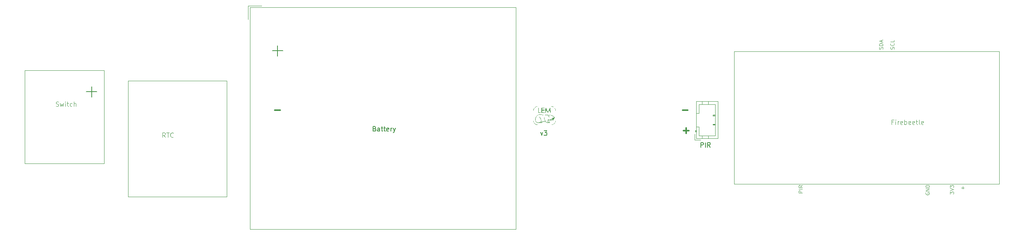
<source format=gbr>
%TF.GenerationSoftware,KiCad,Pcbnew,7.0.5-0*%
%TF.CreationDate,2023-11-06T11:32:01-05:00*%
%TF.ProjectId,Lemmingometre_v3,4c656d6d-696e-4676-9f6d-657472655f76,rev?*%
%TF.SameCoordinates,Original*%
%TF.FileFunction,Legend,Top*%
%TF.FilePolarity,Positive*%
%FSLAX46Y46*%
G04 Gerber Fmt 4.6, Leading zero omitted, Abs format (unit mm)*
G04 Created by KiCad (PCBNEW 7.0.5-0) date 2023-11-06 11:32:01*
%MOMM*%
%LPD*%
G01*
G04 APERTURE LIST*
%ADD10C,0.100000*%
%ADD11C,0.150000*%
%ADD12C,0.300000*%
%ADD13C,0.120000*%
G04 APERTURE END LIST*
D10*
X228096895Y-128119925D02*
X228096895Y-127624687D01*
X228096895Y-127624687D02*
X228401657Y-127891353D01*
X228401657Y-127891353D02*
X228401657Y-127777068D01*
X228401657Y-127777068D02*
X228439752Y-127700877D01*
X228439752Y-127700877D02*
X228477847Y-127662782D01*
X228477847Y-127662782D02*
X228554038Y-127624687D01*
X228554038Y-127624687D02*
X228744514Y-127624687D01*
X228744514Y-127624687D02*
X228820704Y-127662782D01*
X228820704Y-127662782D02*
X228858800Y-127700877D01*
X228858800Y-127700877D02*
X228896895Y-127777068D01*
X228896895Y-127777068D02*
X228896895Y-128005639D01*
X228896895Y-128005639D02*
X228858800Y-128081830D01*
X228858800Y-128081830D02*
X228820704Y-128119925D01*
X228096895Y-127396115D02*
X228896895Y-127129448D01*
X228896895Y-127129448D02*
X228096895Y-126862782D01*
X228096895Y-126672306D02*
X228096895Y-126177068D01*
X228096895Y-126177068D02*
X228401657Y-126443734D01*
X228401657Y-126443734D02*
X228401657Y-126329449D01*
X228401657Y-126329449D02*
X228439752Y-126253258D01*
X228439752Y-126253258D02*
X228477847Y-126215163D01*
X228477847Y-126215163D02*
X228554038Y-126177068D01*
X228554038Y-126177068D02*
X228744514Y-126177068D01*
X228744514Y-126177068D02*
X228820704Y-126215163D01*
X228820704Y-126215163D02*
X228858800Y-126253258D01*
X228858800Y-126253258D02*
X228896895Y-126329449D01*
X228896895Y-126329449D02*
X228896895Y-126558020D01*
X228896895Y-126558020D02*
X228858800Y-126634211D01*
X228858800Y-126634211D02*
X228820704Y-126672306D01*
D11*
X138541541Y-114603152D02*
X138779636Y-115269819D01*
X138779636Y-115269819D02*
X139017731Y-114603152D01*
X139303446Y-114269819D02*
X139922493Y-114269819D01*
X139922493Y-114269819D02*
X139589160Y-114650771D01*
X139589160Y-114650771D02*
X139732017Y-114650771D01*
X139732017Y-114650771D02*
X139827255Y-114698390D01*
X139827255Y-114698390D02*
X139874874Y-114746009D01*
X139874874Y-114746009D02*
X139922493Y-114841247D01*
X139922493Y-114841247D02*
X139922493Y-115079342D01*
X139922493Y-115079342D02*
X139874874Y-115174580D01*
X139874874Y-115174580D02*
X139827255Y-115222200D01*
X139827255Y-115222200D02*
X139732017Y-115269819D01*
X139732017Y-115269819D02*
X139446303Y-115269819D01*
X139446303Y-115269819D02*
X139351065Y-115222200D01*
X139351065Y-115222200D02*
X139303446Y-115174580D01*
D10*
X215858800Y-96381830D02*
X215896895Y-96267544D01*
X215896895Y-96267544D02*
X215896895Y-96077068D01*
X215896895Y-96077068D02*
X215858800Y-96000877D01*
X215858800Y-96000877D02*
X215820704Y-95962782D01*
X215820704Y-95962782D02*
X215744514Y-95924687D01*
X215744514Y-95924687D02*
X215668323Y-95924687D01*
X215668323Y-95924687D02*
X215592133Y-95962782D01*
X215592133Y-95962782D02*
X215554038Y-96000877D01*
X215554038Y-96000877D02*
X215515942Y-96077068D01*
X215515942Y-96077068D02*
X215477847Y-96229449D01*
X215477847Y-96229449D02*
X215439752Y-96305639D01*
X215439752Y-96305639D02*
X215401657Y-96343734D01*
X215401657Y-96343734D02*
X215325466Y-96381830D01*
X215325466Y-96381830D02*
X215249276Y-96381830D01*
X215249276Y-96381830D02*
X215173085Y-96343734D01*
X215173085Y-96343734D02*
X215134990Y-96305639D01*
X215134990Y-96305639D02*
X215096895Y-96229449D01*
X215096895Y-96229449D02*
X215096895Y-96038972D01*
X215096895Y-96038972D02*
X215134990Y-95924687D01*
X215820704Y-95124686D02*
X215858800Y-95162782D01*
X215858800Y-95162782D02*
X215896895Y-95277067D01*
X215896895Y-95277067D02*
X215896895Y-95353258D01*
X215896895Y-95353258D02*
X215858800Y-95467544D01*
X215858800Y-95467544D02*
X215782609Y-95543734D01*
X215782609Y-95543734D02*
X215706419Y-95581829D01*
X215706419Y-95581829D02*
X215554038Y-95619925D01*
X215554038Y-95619925D02*
X215439752Y-95619925D01*
X215439752Y-95619925D02*
X215287371Y-95581829D01*
X215287371Y-95581829D02*
X215211180Y-95543734D01*
X215211180Y-95543734D02*
X215134990Y-95467544D01*
X215134990Y-95467544D02*
X215096895Y-95353258D01*
X215096895Y-95353258D02*
X215096895Y-95277067D01*
X215096895Y-95277067D02*
X215134990Y-95162782D01*
X215134990Y-95162782D02*
X215173085Y-95124686D01*
X215896895Y-94400877D02*
X215896895Y-94781829D01*
X215896895Y-94781829D02*
X215096895Y-94781829D01*
D12*
X170945489Y-114229400D02*
X169802632Y-114229400D01*
X170374060Y-114800828D02*
X170374060Y-113657971D01*
D10*
X195796895Y-127843734D02*
X194996895Y-127843734D01*
X194996895Y-127843734D02*
X194996895Y-127538972D01*
X194996895Y-127538972D02*
X195034990Y-127462782D01*
X195034990Y-127462782D02*
X195073085Y-127424687D01*
X195073085Y-127424687D02*
X195149276Y-127386591D01*
X195149276Y-127386591D02*
X195263561Y-127386591D01*
X195263561Y-127386591D02*
X195339752Y-127424687D01*
X195339752Y-127424687D02*
X195377847Y-127462782D01*
X195377847Y-127462782D02*
X195415942Y-127538972D01*
X195415942Y-127538972D02*
X195415942Y-127843734D01*
X195796895Y-127043734D02*
X194996895Y-127043734D01*
X195796895Y-126205639D02*
X195415942Y-126472306D01*
X195796895Y-126662782D02*
X194996895Y-126662782D01*
X194996895Y-126662782D02*
X194996895Y-126358020D01*
X194996895Y-126358020D02*
X195034990Y-126281830D01*
X195034990Y-126281830D02*
X195073085Y-126243735D01*
X195073085Y-126243735D02*
X195149276Y-126205639D01*
X195149276Y-126205639D02*
X195263561Y-126205639D01*
X195263561Y-126205639D02*
X195339752Y-126243735D01*
X195339752Y-126243735D02*
X195377847Y-126281830D01*
X195377847Y-126281830D02*
X195415942Y-126358020D01*
X195415942Y-126358020D02*
X195415942Y-126662782D01*
D11*
X39157142Y-105737200D02*
X41442857Y-105737200D01*
X40299999Y-106880057D02*
X40299999Y-104594342D01*
D12*
X81545489Y-109729400D02*
X80402632Y-109729400D01*
D10*
X213358800Y-96381830D02*
X213396895Y-96267544D01*
X213396895Y-96267544D02*
X213396895Y-96077068D01*
X213396895Y-96077068D02*
X213358800Y-96000877D01*
X213358800Y-96000877D02*
X213320704Y-95962782D01*
X213320704Y-95962782D02*
X213244514Y-95924687D01*
X213244514Y-95924687D02*
X213168323Y-95924687D01*
X213168323Y-95924687D02*
X213092133Y-95962782D01*
X213092133Y-95962782D02*
X213054038Y-96000877D01*
X213054038Y-96000877D02*
X213015942Y-96077068D01*
X213015942Y-96077068D02*
X212977847Y-96229449D01*
X212977847Y-96229449D02*
X212939752Y-96305639D01*
X212939752Y-96305639D02*
X212901657Y-96343734D01*
X212901657Y-96343734D02*
X212825466Y-96381830D01*
X212825466Y-96381830D02*
X212749276Y-96381830D01*
X212749276Y-96381830D02*
X212673085Y-96343734D01*
X212673085Y-96343734D02*
X212634990Y-96305639D01*
X212634990Y-96305639D02*
X212596895Y-96229449D01*
X212596895Y-96229449D02*
X212596895Y-96038972D01*
X212596895Y-96038972D02*
X212634990Y-95924687D01*
X213396895Y-95581829D02*
X212596895Y-95581829D01*
X212596895Y-95581829D02*
X212596895Y-95391353D01*
X212596895Y-95391353D02*
X212634990Y-95277067D01*
X212634990Y-95277067D02*
X212711180Y-95200877D01*
X212711180Y-95200877D02*
X212787371Y-95162782D01*
X212787371Y-95162782D02*
X212939752Y-95124686D01*
X212939752Y-95124686D02*
X213054038Y-95124686D01*
X213054038Y-95124686D02*
X213206419Y-95162782D01*
X213206419Y-95162782D02*
X213282609Y-95200877D01*
X213282609Y-95200877D02*
X213358800Y-95277067D01*
X213358800Y-95277067D02*
X213396895Y-95391353D01*
X213396895Y-95391353D02*
X213396895Y-95581829D01*
X213168323Y-94819925D02*
X213168323Y-94438972D01*
X213396895Y-94896115D02*
X212596895Y-94629448D01*
X212596895Y-94629448D02*
X213396895Y-94362782D01*
X230892133Y-127043734D02*
X230892133Y-126434211D01*
X231196895Y-126738972D02*
X230587371Y-126738972D01*
X222834990Y-127824687D02*
X222796895Y-127900877D01*
X222796895Y-127900877D02*
X222796895Y-128015163D01*
X222796895Y-128015163D02*
X222834990Y-128129449D01*
X222834990Y-128129449D02*
X222911180Y-128205639D01*
X222911180Y-128205639D02*
X222987371Y-128243734D01*
X222987371Y-128243734D02*
X223139752Y-128281830D01*
X223139752Y-128281830D02*
X223254038Y-128281830D01*
X223254038Y-128281830D02*
X223406419Y-128243734D01*
X223406419Y-128243734D02*
X223482609Y-128205639D01*
X223482609Y-128205639D02*
X223558800Y-128129449D01*
X223558800Y-128129449D02*
X223596895Y-128015163D01*
X223596895Y-128015163D02*
X223596895Y-127938972D01*
X223596895Y-127938972D02*
X223558800Y-127824687D01*
X223558800Y-127824687D02*
X223520704Y-127786591D01*
X223520704Y-127786591D02*
X223254038Y-127786591D01*
X223254038Y-127786591D02*
X223254038Y-127938972D01*
X223596895Y-127443734D02*
X222796895Y-127443734D01*
X222796895Y-127443734D02*
X223596895Y-126986591D01*
X223596895Y-126986591D02*
X222796895Y-126986591D01*
X223596895Y-126605639D02*
X222796895Y-126605639D01*
X222796895Y-126605639D02*
X222796895Y-126415163D01*
X222796895Y-126415163D02*
X222834990Y-126300877D01*
X222834990Y-126300877D02*
X222911180Y-126224687D01*
X222911180Y-126224687D02*
X222987371Y-126186592D01*
X222987371Y-126186592D02*
X223139752Y-126148496D01*
X223139752Y-126148496D02*
X223254038Y-126148496D01*
X223254038Y-126148496D02*
X223406419Y-126186592D01*
X223406419Y-126186592D02*
X223482609Y-126224687D01*
X223482609Y-126224687D02*
X223558800Y-126300877D01*
X223558800Y-126300877D02*
X223596895Y-126415163D01*
X223596895Y-126415163D02*
X223596895Y-126605639D01*
D12*
X170745489Y-109729400D02*
X169602632Y-109729400D01*
D11*
%TO.C,Battery*%
X102228570Y-113831009D02*
X102371427Y-113878628D01*
X102371427Y-113878628D02*
X102419046Y-113926247D01*
X102419046Y-113926247D02*
X102466665Y-114021485D01*
X102466665Y-114021485D02*
X102466665Y-114164342D01*
X102466665Y-114164342D02*
X102419046Y-114259580D01*
X102419046Y-114259580D02*
X102371427Y-114307200D01*
X102371427Y-114307200D02*
X102276189Y-114354819D01*
X102276189Y-114354819D02*
X101895237Y-114354819D01*
X101895237Y-114354819D02*
X101895237Y-113354819D01*
X101895237Y-113354819D02*
X102228570Y-113354819D01*
X102228570Y-113354819D02*
X102323808Y-113402438D01*
X102323808Y-113402438D02*
X102371427Y-113450057D01*
X102371427Y-113450057D02*
X102419046Y-113545295D01*
X102419046Y-113545295D02*
X102419046Y-113640533D01*
X102419046Y-113640533D02*
X102371427Y-113735771D01*
X102371427Y-113735771D02*
X102323808Y-113783390D01*
X102323808Y-113783390D02*
X102228570Y-113831009D01*
X102228570Y-113831009D02*
X101895237Y-113831009D01*
X103323808Y-114354819D02*
X103323808Y-113831009D01*
X103323808Y-113831009D02*
X103276189Y-113735771D01*
X103276189Y-113735771D02*
X103180951Y-113688152D01*
X103180951Y-113688152D02*
X102990475Y-113688152D01*
X102990475Y-113688152D02*
X102895237Y-113735771D01*
X103323808Y-114307200D02*
X103228570Y-114354819D01*
X103228570Y-114354819D02*
X102990475Y-114354819D01*
X102990475Y-114354819D02*
X102895237Y-114307200D01*
X102895237Y-114307200D02*
X102847618Y-114211961D01*
X102847618Y-114211961D02*
X102847618Y-114116723D01*
X102847618Y-114116723D02*
X102895237Y-114021485D01*
X102895237Y-114021485D02*
X102990475Y-113973866D01*
X102990475Y-113973866D02*
X103228570Y-113973866D01*
X103228570Y-113973866D02*
X103323808Y-113926247D01*
X103657142Y-113688152D02*
X104038094Y-113688152D01*
X103799999Y-113354819D02*
X103799999Y-114211961D01*
X103799999Y-114211961D02*
X103847618Y-114307200D01*
X103847618Y-114307200D02*
X103942856Y-114354819D01*
X103942856Y-114354819D02*
X104038094Y-114354819D01*
X104228571Y-113688152D02*
X104609523Y-113688152D01*
X104371428Y-113354819D02*
X104371428Y-114211961D01*
X104371428Y-114211961D02*
X104419047Y-114307200D01*
X104419047Y-114307200D02*
X104514285Y-114354819D01*
X104514285Y-114354819D02*
X104609523Y-114354819D01*
X105323809Y-114307200D02*
X105228571Y-114354819D01*
X105228571Y-114354819D02*
X105038095Y-114354819D01*
X105038095Y-114354819D02*
X104942857Y-114307200D01*
X104942857Y-114307200D02*
X104895238Y-114211961D01*
X104895238Y-114211961D02*
X104895238Y-113831009D01*
X104895238Y-113831009D02*
X104942857Y-113735771D01*
X104942857Y-113735771D02*
X105038095Y-113688152D01*
X105038095Y-113688152D02*
X105228571Y-113688152D01*
X105228571Y-113688152D02*
X105323809Y-113735771D01*
X105323809Y-113735771D02*
X105371428Y-113831009D01*
X105371428Y-113831009D02*
X105371428Y-113926247D01*
X105371428Y-113926247D02*
X104895238Y-114021485D01*
X105800000Y-114354819D02*
X105800000Y-113688152D01*
X105800000Y-113878628D02*
X105847619Y-113783390D01*
X105847619Y-113783390D02*
X105895238Y-113735771D01*
X105895238Y-113735771D02*
X105990476Y-113688152D01*
X105990476Y-113688152D02*
X106085714Y-113688152D01*
X106323810Y-113688152D02*
X106561905Y-114354819D01*
X106800000Y-113688152D02*
X106561905Y-114354819D01*
X106561905Y-114354819D02*
X106466667Y-114592914D01*
X106466667Y-114592914D02*
X106419048Y-114640533D01*
X106419048Y-114640533D02*
X106323810Y-114688152D01*
X79857142Y-96737200D02*
X82142857Y-96737200D01*
X80999999Y-97880057D02*
X80999999Y-95594342D01*
%TO.C,PIR*%
X173600000Y-117854819D02*
X173600000Y-116854819D01*
X173600000Y-116854819D02*
X173980952Y-116854819D01*
X173980952Y-116854819D02*
X174076190Y-116902438D01*
X174076190Y-116902438D02*
X174123809Y-116950057D01*
X174123809Y-116950057D02*
X174171428Y-117045295D01*
X174171428Y-117045295D02*
X174171428Y-117188152D01*
X174171428Y-117188152D02*
X174123809Y-117283390D01*
X174123809Y-117283390D02*
X174076190Y-117331009D01*
X174076190Y-117331009D02*
X173980952Y-117378628D01*
X173980952Y-117378628D02*
X173600000Y-117378628D01*
X174600000Y-117854819D02*
X174600000Y-116854819D01*
X175647618Y-117854819D02*
X175314285Y-117378628D01*
X175076190Y-117854819D02*
X175076190Y-116854819D01*
X175076190Y-116854819D02*
X175457142Y-116854819D01*
X175457142Y-116854819D02*
X175552380Y-116902438D01*
X175552380Y-116902438D02*
X175599999Y-116950057D01*
X175599999Y-116950057D02*
X175647618Y-117045295D01*
X175647618Y-117045295D02*
X175647618Y-117188152D01*
X175647618Y-117188152D02*
X175599999Y-117283390D01*
X175599999Y-117283390D02*
X175552380Y-117331009D01*
X175552380Y-117331009D02*
X175457142Y-117378628D01*
X175457142Y-117378628D02*
X175076190Y-117378628D01*
D10*
%TO.C,Firebeetle*%
X215700951Y-112333609D02*
X215367618Y-112333609D01*
X215367618Y-112857419D02*
X215367618Y-111857419D01*
X215367618Y-111857419D02*
X215843808Y-111857419D01*
X216224761Y-112857419D02*
X216224761Y-112190752D01*
X216224761Y-111857419D02*
X216177142Y-111905038D01*
X216177142Y-111905038D02*
X216224761Y-111952657D01*
X216224761Y-111952657D02*
X216272380Y-111905038D01*
X216272380Y-111905038D02*
X216224761Y-111857419D01*
X216224761Y-111857419D02*
X216224761Y-111952657D01*
X216700951Y-112857419D02*
X216700951Y-112190752D01*
X216700951Y-112381228D02*
X216748570Y-112285990D01*
X216748570Y-112285990D02*
X216796189Y-112238371D01*
X216796189Y-112238371D02*
X216891427Y-112190752D01*
X216891427Y-112190752D02*
X216986665Y-112190752D01*
X217700951Y-112809800D02*
X217605713Y-112857419D01*
X217605713Y-112857419D02*
X217415237Y-112857419D01*
X217415237Y-112857419D02*
X217319999Y-112809800D01*
X217319999Y-112809800D02*
X217272380Y-112714561D01*
X217272380Y-112714561D02*
X217272380Y-112333609D01*
X217272380Y-112333609D02*
X217319999Y-112238371D01*
X217319999Y-112238371D02*
X217415237Y-112190752D01*
X217415237Y-112190752D02*
X217605713Y-112190752D01*
X217605713Y-112190752D02*
X217700951Y-112238371D01*
X217700951Y-112238371D02*
X217748570Y-112333609D01*
X217748570Y-112333609D02*
X217748570Y-112428847D01*
X217748570Y-112428847D02*
X217272380Y-112524085D01*
X218177142Y-112857419D02*
X218177142Y-111857419D01*
X218177142Y-112238371D02*
X218272380Y-112190752D01*
X218272380Y-112190752D02*
X218462856Y-112190752D01*
X218462856Y-112190752D02*
X218558094Y-112238371D01*
X218558094Y-112238371D02*
X218605713Y-112285990D01*
X218605713Y-112285990D02*
X218653332Y-112381228D01*
X218653332Y-112381228D02*
X218653332Y-112666942D01*
X218653332Y-112666942D02*
X218605713Y-112762180D01*
X218605713Y-112762180D02*
X218558094Y-112809800D01*
X218558094Y-112809800D02*
X218462856Y-112857419D01*
X218462856Y-112857419D02*
X218272380Y-112857419D01*
X218272380Y-112857419D02*
X218177142Y-112809800D01*
X219462856Y-112809800D02*
X219367618Y-112857419D01*
X219367618Y-112857419D02*
X219177142Y-112857419D01*
X219177142Y-112857419D02*
X219081904Y-112809800D01*
X219081904Y-112809800D02*
X219034285Y-112714561D01*
X219034285Y-112714561D02*
X219034285Y-112333609D01*
X219034285Y-112333609D02*
X219081904Y-112238371D01*
X219081904Y-112238371D02*
X219177142Y-112190752D01*
X219177142Y-112190752D02*
X219367618Y-112190752D01*
X219367618Y-112190752D02*
X219462856Y-112238371D01*
X219462856Y-112238371D02*
X219510475Y-112333609D01*
X219510475Y-112333609D02*
X219510475Y-112428847D01*
X219510475Y-112428847D02*
X219034285Y-112524085D01*
X220319999Y-112809800D02*
X220224761Y-112857419D01*
X220224761Y-112857419D02*
X220034285Y-112857419D01*
X220034285Y-112857419D02*
X219939047Y-112809800D01*
X219939047Y-112809800D02*
X219891428Y-112714561D01*
X219891428Y-112714561D02*
X219891428Y-112333609D01*
X219891428Y-112333609D02*
X219939047Y-112238371D01*
X219939047Y-112238371D02*
X220034285Y-112190752D01*
X220034285Y-112190752D02*
X220224761Y-112190752D01*
X220224761Y-112190752D02*
X220319999Y-112238371D01*
X220319999Y-112238371D02*
X220367618Y-112333609D01*
X220367618Y-112333609D02*
X220367618Y-112428847D01*
X220367618Y-112428847D02*
X219891428Y-112524085D01*
X220653333Y-112190752D02*
X221034285Y-112190752D01*
X220796190Y-111857419D02*
X220796190Y-112714561D01*
X220796190Y-112714561D02*
X220843809Y-112809800D01*
X220843809Y-112809800D02*
X220939047Y-112857419D01*
X220939047Y-112857419D02*
X221034285Y-112857419D01*
X221510476Y-112857419D02*
X221415238Y-112809800D01*
X221415238Y-112809800D02*
X221367619Y-112714561D01*
X221367619Y-112714561D02*
X221367619Y-111857419D01*
X222272381Y-112809800D02*
X222177143Y-112857419D01*
X222177143Y-112857419D02*
X221986667Y-112857419D01*
X221986667Y-112857419D02*
X221891429Y-112809800D01*
X221891429Y-112809800D02*
X221843810Y-112714561D01*
X221843810Y-112714561D02*
X221843810Y-112333609D01*
X221843810Y-112333609D02*
X221891429Y-112238371D01*
X221891429Y-112238371D02*
X221986667Y-112190752D01*
X221986667Y-112190752D02*
X222177143Y-112190752D01*
X222177143Y-112190752D02*
X222272381Y-112238371D01*
X222272381Y-112238371D02*
X222320000Y-112333609D01*
X222320000Y-112333609D02*
X222320000Y-112428847D01*
X222320000Y-112428847D02*
X221843810Y-112524085D01*
%TO.C,RTC*%
X56408571Y-115697419D02*
X56075238Y-115221228D01*
X55837143Y-115697419D02*
X55837143Y-114697419D01*
X55837143Y-114697419D02*
X56218095Y-114697419D01*
X56218095Y-114697419D02*
X56313333Y-114745038D01*
X56313333Y-114745038D02*
X56360952Y-114792657D01*
X56360952Y-114792657D02*
X56408571Y-114887895D01*
X56408571Y-114887895D02*
X56408571Y-115030752D01*
X56408571Y-115030752D02*
X56360952Y-115125990D01*
X56360952Y-115125990D02*
X56313333Y-115173609D01*
X56313333Y-115173609D02*
X56218095Y-115221228D01*
X56218095Y-115221228D02*
X55837143Y-115221228D01*
X56694286Y-114697419D02*
X57265714Y-114697419D01*
X56980000Y-115697419D02*
X56980000Y-114697419D01*
X58170476Y-115602180D02*
X58122857Y-115649800D01*
X58122857Y-115649800D02*
X57980000Y-115697419D01*
X57980000Y-115697419D02*
X57884762Y-115697419D01*
X57884762Y-115697419D02*
X57741905Y-115649800D01*
X57741905Y-115649800D02*
X57646667Y-115554561D01*
X57646667Y-115554561D02*
X57599048Y-115459323D01*
X57599048Y-115459323D02*
X57551429Y-115268847D01*
X57551429Y-115268847D02*
X57551429Y-115125990D01*
X57551429Y-115125990D02*
X57599048Y-114935514D01*
X57599048Y-114935514D02*
X57646667Y-114840276D01*
X57646667Y-114840276D02*
X57741905Y-114745038D01*
X57741905Y-114745038D02*
X57884762Y-114697419D01*
X57884762Y-114697419D02*
X57980000Y-114697419D01*
X57980000Y-114697419D02*
X58122857Y-114745038D01*
X58122857Y-114745038D02*
X58170476Y-114792657D01*
%TO.C,Switch*%
X32515314Y-108861400D02*
X32658171Y-108909019D01*
X32658171Y-108909019D02*
X32896266Y-108909019D01*
X32896266Y-108909019D02*
X32991504Y-108861400D01*
X32991504Y-108861400D02*
X33039123Y-108813780D01*
X33039123Y-108813780D02*
X33086742Y-108718542D01*
X33086742Y-108718542D02*
X33086742Y-108623304D01*
X33086742Y-108623304D02*
X33039123Y-108528066D01*
X33039123Y-108528066D02*
X32991504Y-108480447D01*
X32991504Y-108480447D02*
X32896266Y-108432828D01*
X32896266Y-108432828D02*
X32705790Y-108385209D01*
X32705790Y-108385209D02*
X32610552Y-108337590D01*
X32610552Y-108337590D02*
X32562933Y-108289971D01*
X32562933Y-108289971D02*
X32515314Y-108194733D01*
X32515314Y-108194733D02*
X32515314Y-108099495D01*
X32515314Y-108099495D02*
X32562933Y-108004257D01*
X32562933Y-108004257D02*
X32610552Y-107956638D01*
X32610552Y-107956638D02*
X32705790Y-107909019D01*
X32705790Y-107909019D02*
X32943885Y-107909019D01*
X32943885Y-107909019D02*
X33086742Y-107956638D01*
X33420076Y-108242352D02*
X33610552Y-108909019D01*
X33610552Y-108909019D02*
X33801028Y-108432828D01*
X33801028Y-108432828D02*
X33991504Y-108909019D01*
X33991504Y-108909019D02*
X34181980Y-108242352D01*
X34562933Y-108909019D02*
X34562933Y-108242352D01*
X34562933Y-107909019D02*
X34515314Y-107956638D01*
X34515314Y-107956638D02*
X34562933Y-108004257D01*
X34562933Y-108004257D02*
X34610552Y-107956638D01*
X34610552Y-107956638D02*
X34562933Y-107909019D01*
X34562933Y-107909019D02*
X34562933Y-108004257D01*
X34896266Y-108242352D02*
X35277218Y-108242352D01*
X35039123Y-107909019D02*
X35039123Y-108766161D01*
X35039123Y-108766161D02*
X35086742Y-108861400D01*
X35086742Y-108861400D02*
X35181980Y-108909019D01*
X35181980Y-108909019D02*
X35277218Y-108909019D01*
X36039123Y-108861400D02*
X35943885Y-108909019D01*
X35943885Y-108909019D02*
X35753409Y-108909019D01*
X35753409Y-108909019D02*
X35658171Y-108861400D01*
X35658171Y-108861400D02*
X35610552Y-108813780D01*
X35610552Y-108813780D02*
X35562933Y-108718542D01*
X35562933Y-108718542D02*
X35562933Y-108432828D01*
X35562933Y-108432828D02*
X35610552Y-108337590D01*
X35610552Y-108337590D02*
X35658171Y-108289971D01*
X35658171Y-108289971D02*
X35753409Y-108242352D01*
X35753409Y-108242352D02*
X35943885Y-108242352D01*
X35943885Y-108242352D02*
X36039123Y-108289971D01*
X36467695Y-108909019D02*
X36467695Y-107909019D01*
X36896266Y-108909019D02*
X36896266Y-108385209D01*
X36896266Y-108385209D02*
X36848647Y-108289971D01*
X36848647Y-108289971D02*
X36753409Y-108242352D01*
X36753409Y-108242352D02*
X36610552Y-108242352D01*
X36610552Y-108242352D02*
X36515314Y-108289971D01*
X36515314Y-108289971D02*
X36467695Y-108337590D01*
D13*
%TO.C,Battery*%
X74550000Y-86900000D02*
X77550000Y-86900000D01*
X74550000Y-89900000D02*
X74550000Y-86900000D01*
X74930000Y-87280000D02*
X74930000Y-135820000D01*
X74930000Y-87280000D02*
X133170000Y-87280000D01*
X74930000Y-135820000D02*
X133170000Y-135820000D01*
X133170000Y-87280000D02*
X133170000Y-135820000D01*
%TO.C,PIR*%
X172290000Y-116260000D02*
X173540000Y-116260000D01*
X172590000Y-115960000D02*
X177310000Y-115960000D01*
X173900000Y-115960000D02*
X173900000Y-115350000D01*
X175200000Y-115960000D02*
X175200000Y-115350000D01*
X177310000Y-115960000D02*
X177310000Y-107840000D01*
X173200000Y-115350000D02*
X176700000Y-115350000D01*
X176700000Y-115350000D02*
X176700000Y-108450000D01*
X172290000Y-115010000D02*
X172290000Y-116260000D01*
X172390000Y-114500000D02*
X172590000Y-114500000D01*
X172390000Y-114200000D02*
X172390000Y-114500000D01*
X172490000Y-114200000D02*
X172490000Y-114500000D01*
X172590000Y-114200000D02*
X172390000Y-114200000D01*
X172590000Y-113400000D02*
X173200000Y-113400000D01*
X173200000Y-113400000D02*
X173200000Y-115350000D01*
X176200000Y-113000000D02*
X176200000Y-112800000D01*
X176700000Y-113000000D02*
X176200000Y-113000000D01*
X176700000Y-112900000D02*
X176200000Y-112900000D01*
X176200000Y-112800000D02*
X176700000Y-112800000D01*
X176200000Y-111000000D02*
X176200000Y-110800000D01*
X176700000Y-111000000D02*
X176200000Y-111000000D01*
X176700000Y-110900000D02*
X176200000Y-110900000D01*
X176200000Y-110800000D02*
X176700000Y-110800000D01*
X173200000Y-110400000D02*
X172590000Y-110400000D01*
X173200000Y-108450000D02*
X173200000Y-110400000D01*
X176700000Y-108450000D02*
X173200000Y-108450000D01*
X172590000Y-107840000D02*
X172590000Y-115960000D01*
X173900000Y-107840000D02*
X173900000Y-108450000D01*
X175200000Y-107840000D02*
X175200000Y-108450000D01*
X177310000Y-107840000D02*
X172590000Y-107840000D01*
D10*
%TO.C,Firebeetle*%
X180920000Y-125900000D02*
X238920000Y-125900000D01*
X238920000Y-125900000D02*
X238920000Y-96900000D01*
X238920000Y-96900000D02*
X180920000Y-96900000D01*
X180920000Y-96900000D02*
X180920000Y-125900000D01*
%TO.C,G\u002A\u002A\u002A*%
G36*
X138150456Y-109747433D02*
G01*
X138150456Y-110252289D01*
X138365096Y-110252289D01*
X138579735Y-110252289D01*
X138579735Y-110316782D01*
X138579735Y-110381274D01*
X138297580Y-110381274D01*
X138015425Y-110381274D01*
X138015425Y-109811926D01*
X138015425Y-109242577D01*
X138082941Y-109242577D01*
X138150456Y-109242577D01*
X138150456Y-109747433D01*
G37*
G36*
X139397985Y-109309085D02*
G01*
X139397985Y-109375593D01*
X139133968Y-109375593D01*
X138869952Y-109375593D01*
X138869952Y-109538840D01*
X138869952Y-109702087D01*
X139131953Y-109702087D01*
X139393954Y-109702087D01*
X139393954Y-109766579D01*
X139393954Y-109831072D01*
X139131953Y-109831072D01*
X138869952Y-109831072D01*
X138869952Y-110039657D01*
X138869952Y-110248243D01*
X139131449Y-110248754D01*
X139392946Y-110249266D01*
X139392946Y-110314766D01*
X139392946Y-110380266D01*
X139063933Y-110380776D01*
X138734920Y-110381286D01*
X138734920Y-109811932D01*
X138734920Y-109242577D01*
X139066452Y-109242577D01*
X139397985Y-109242577D01*
X139397985Y-109309085D01*
G37*
G36*
X140373138Y-110889901D02*
G01*
X140388294Y-110892157D01*
X140416206Y-110899804D01*
X140442865Y-110910917D01*
X140468619Y-110925672D01*
X140493813Y-110944244D01*
X140498714Y-110948347D01*
X140509250Y-110957996D01*
X140516630Y-110966440D01*
X140521288Y-110974301D01*
X140523660Y-110982204D01*
X140523978Y-110984545D01*
X140523147Y-110994718D01*
X140518990Y-111004139D01*
X140512208Y-111012024D01*
X140503505Y-111017594D01*
X140493585Y-111020065D01*
X140491970Y-111020121D01*
X140485567Y-111019697D01*
X140479746Y-111018061D01*
X140473626Y-111014759D01*
X140466322Y-111009337D01*
X140459129Y-111003253D01*
X140447043Y-110993082D01*
X140436443Y-110985112D01*
X140426125Y-110978536D01*
X140414889Y-110972552D01*
X140409054Y-110969764D01*
X140393351Y-110963358D01*
X140377766Y-110958985D01*
X140361584Y-110956596D01*
X140344089Y-110956139D01*
X140324563Y-110957564D01*
X140302292Y-110960819D01*
X140296850Y-110961795D01*
X140278287Y-110965904D01*
X140263432Y-110970852D01*
X140251998Y-110976924D01*
X140243701Y-110984402D01*
X140238257Y-110993569D01*
X140235379Y-111004708D01*
X140234783Y-111018103D01*
X140235046Y-111023177D01*
X140238335Y-111043772D01*
X140245100Y-111065107D01*
X140254989Y-111086662D01*
X140267649Y-111107914D01*
X140282728Y-111128344D01*
X140299873Y-111147429D01*
X140318733Y-111164651D01*
X140338954Y-111179486D01*
X140342179Y-111181533D01*
X140364332Y-111193541D01*
X140386835Y-111202059D01*
X140410474Y-111207306D01*
X140436041Y-111209502D01*
X140443243Y-111209601D01*
X140455559Y-111209833D01*
X140464666Y-111210687D01*
X140471369Y-111212396D01*
X140476470Y-111215193D01*
X140480774Y-111219314D01*
X140482081Y-111220908D01*
X140487492Y-111230730D01*
X140489341Y-111241214D01*
X140487823Y-111251567D01*
X140483136Y-111260998D01*
X140475477Y-111268713D01*
X140469324Y-111272287D01*
X140462625Y-111274176D01*
X140452853Y-111275429D01*
X140440916Y-111276047D01*
X140427723Y-111276031D01*
X140414181Y-111275383D01*
X140401198Y-111274104D01*
X140389682Y-111272196D01*
X140389558Y-111272170D01*
X140371620Y-111267787D01*
X140355381Y-111262485D01*
X140339054Y-111255625D01*
X140327343Y-111249924D01*
X140298931Y-111233551D01*
X140273023Y-111214471D01*
X140249275Y-111192374D01*
X140227340Y-111166953D01*
X140213995Y-111148652D01*
X140204975Y-111134269D01*
X140195951Y-111117714D01*
X140187552Y-111100297D01*
X140180409Y-111083325D01*
X140175149Y-111068108D01*
X140174952Y-111067437D01*
X140170065Y-111045811D01*
X140167675Y-111023878D01*
X140167816Y-111002661D01*
X140170526Y-110983183D01*
X140171836Y-110977864D01*
X140178619Y-110960641D01*
X140188939Y-110944859D01*
X140202480Y-110930772D01*
X140218928Y-110918632D01*
X140237967Y-110908693D01*
X140259283Y-110901206D01*
X140270807Y-110898439D01*
X140299984Y-110893260D01*
X140326988Y-110890098D01*
X140351485Y-110888972D01*
X140373138Y-110889901D01*
G37*
G36*
X140626424Y-109242751D02*
G01*
X140632205Y-109243084D01*
X140635212Y-109243586D01*
X140635436Y-109243782D01*
X140635718Y-109245923D01*
X140636546Y-109251860D01*
X140637892Y-109261399D01*
X140639729Y-109274345D01*
X140642027Y-109290505D01*
X140644760Y-109309685D01*
X140647900Y-109331690D01*
X140651418Y-109356327D01*
X140655288Y-109383401D01*
X140659480Y-109412719D01*
X140663968Y-109444086D01*
X140668724Y-109477309D01*
X140673719Y-109512193D01*
X140678925Y-109548544D01*
X140684316Y-109586169D01*
X140689863Y-109624873D01*
X140695538Y-109664462D01*
X140701313Y-109704742D01*
X140707161Y-109745520D01*
X140713054Y-109786600D01*
X140718964Y-109827790D01*
X140724863Y-109868895D01*
X140730723Y-109909721D01*
X140736516Y-109950074D01*
X140742215Y-109989760D01*
X140747792Y-110028585D01*
X140753218Y-110066355D01*
X140758467Y-110102876D01*
X140763509Y-110137953D01*
X140768318Y-110171394D01*
X140772866Y-110203003D01*
X140777124Y-110232587D01*
X140781066Y-110259952D01*
X140784662Y-110284903D01*
X140787885Y-110307248D01*
X140790708Y-110326791D01*
X140793102Y-110343338D01*
X140795039Y-110356696D01*
X140796493Y-110366671D01*
X140797435Y-110373068D01*
X140797836Y-110375694D01*
X140797844Y-110375732D01*
X140799003Y-110381274D01*
X140732335Y-110381274D01*
X140712047Y-110381223D01*
X140695637Y-110381066D01*
X140682956Y-110380797D01*
X140673852Y-110380413D01*
X140668175Y-110379909D01*
X140665773Y-110379278D01*
X140665667Y-110379092D01*
X140665399Y-110376852D01*
X140664617Y-110370868D01*
X140663353Y-110361374D01*
X140661640Y-110348606D01*
X140659508Y-110332798D01*
X140656991Y-110314185D01*
X140654120Y-110293002D01*
X140650928Y-110269485D01*
X140647447Y-110243867D01*
X140643708Y-110216385D01*
X140639744Y-110187273D01*
X140635587Y-110156765D01*
X140631269Y-110125097D01*
X140626823Y-110092505D01*
X140622280Y-110059222D01*
X140617672Y-110025483D01*
X140613032Y-109991524D01*
X140608391Y-109957580D01*
X140603783Y-109923886D01*
X140599238Y-109890675D01*
X140594789Y-109858185D01*
X140590468Y-109826648D01*
X140586308Y-109796301D01*
X140582339Y-109767378D01*
X140578596Y-109740114D01*
X140575108Y-109714745D01*
X140571910Y-109691504D01*
X140569032Y-109670628D01*
X140566507Y-109652350D01*
X140564367Y-109636907D01*
X140562644Y-109624532D01*
X140561371Y-109615461D01*
X140560579Y-109609929D01*
X140560301Y-109608165D01*
X140559380Y-109609904D01*
X140556758Y-109615093D01*
X140552515Y-109623565D01*
X140546735Y-109635157D01*
X140539498Y-109649702D01*
X140530888Y-109667036D01*
X140520985Y-109686992D01*
X140509872Y-109709406D01*
X140497631Y-109734113D01*
X140484343Y-109760947D01*
X140470090Y-109789743D01*
X140454955Y-109820336D01*
X140439019Y-109852560D01*
X140422364Y-109886250D01*
X140405072Y-109921241D01*
X140387224Y-109957367D01*
X140369130Y-109994006D01*
X140178401Y-110380266D01*
X140157840Y-110380266D01*
X140137278Y-110380266D01*
X139944642Y-109991808D01*
X139926201Y-109954636D01*
X139908231Y-109918442D01*
X139890812Y-109883388D01*
X139874027Y-109849640D01*
X139857959Y-109817361D01*
X139842690Y-109786716D01*
X139828301Y-109757870D01*
X139814875Y-109730985D01*
X139802494Y-109706227D01*
X139791240Y-109683760D01*
X139781195Y-109663748D01*
X139772442Y-109646356D01*
X139765062Y-109631748D01*
X139759138Y-109620087D01*
X139754752Y-109611539D01*
X139751987Y-109606267D01*
X139750923Y-109604437D01*
X139750916Y-109604438D01*
X139750540Y-109606514D01*
X139749652Y-109612392D01*
X139748277Y-109621880D01*
X139746444Y-109634783D01*
X139744177Y-109650911D01*
X139741505Y-109670069D01*
X139738452Y-109692065D01*
X139735047Y-109716707D01*
X139731316Y-109743802D01*
X139727285Y-109773157D01*
X139722980Y-109804579D01*
X139718429Y-109837876D01*
X139713658Y-109872854D01*
X139708693Y-109909322D01*
X139703562Y-109947086D01*
X139698290Y-109985953D01*
X139697349Y-109992897D01*
X139644870Y-110380266D01*
X139580882Y-110380799D01*
X139516893Y-110381331D01*
X139516989Y-110375760D01*
X139517278Y-110373320D01*
X139518113Y-110367051D01*
X139519471Y-110357114D01*
X139521329Y-110343669D01*
X139523666Y-110326879D01*
X139526458Y-110306903D01*
X139529682Y-110283903D01*
X139533316Y-110258040D01*
X139537336Y-110229476D01*
X139541722Y-110198371D01*
X139546448Y-110164886D01*
X139551494Y-110129182D01*
X139556836Y-110091421D01*
X139562451Y-110051764D01*
X139568317Y-110010372D01*
X139574411Y-109967405D01*
X139580710Y-109923025D01*
X139587192Y-109877392D01*
X139593833Y-109830669D01*
X139597216Y-109806887D01*
X139677347Y-109243585D01*
X139693891Y-109243585D01*
X139710436Y-109243585D01*
X139933481Y-109693521D01*
X139953342Y-109733577D01*
X139972741Y-109772677D01*
X139991598Y-109810668D01*
X140009840Y-109847397D01*
X140027388Y-109882710D01*
X140044167Y-109916454D01*
X140060100Y-109948476D01*
X140075111Y-109978623D01*
X140089123Y-110006741D01*
X140102060Y-110032678D01*
X140113846Y-110056281D01*
X140124404Y-110077395D01*
X140133658Y-110095868D01*
X140141532Y-110111546D01*
X140147948Y-110124277D01*
X140152832Y-110133907D01*
X140156105Y-110140283D01*
X140157692Y-110143252D01*
X140157834Y-110143458D01*
X140158828Y-110141674D01*
X140161523Y-110136427D01*
X140165843Y-110127868D01*
X140171713Y-110116152D01*
X140179056Y-110101432D01*
X140187796Y-110083862D01*
X140197858Y-110063594D01*
X140209166Y-110040784D01*
X140221643Y-110015583D01*
X140235214Y-109988145D01*
X140249802Y-109958625D01*
X140265333Y-109927175D01*
X140281729Y-109893950D01*
X140298915Y-109859101D01*
X140316816Y-109822784D01*
X140335354Y-109785151D01*
X140354454Y-109746356D01*
X140374041Y-109706552D01*
X140380663Y-109693090D01*
X140602182Y-109242723D01*
X140618809Y-109242650D01*
X140626424Y-109242751D01*
G37*
G36*
X139505638Y-108893941D02*
G01*
X139606459Y-108893947D01*
X139703666Y-108893959D01*
X139797241Y-108893977D01*
X139887169Y-108894000D01*
X139973432Y-108894029D01*
X140056016Y-108894063D01*
X140134903Y-108894103D01*
X140210077Y-108894148D01*
X140281522Y-108894199D01*
X140349221Y-108894255D01*
X140413157Y-108894316D01*
X140473316Y-108894383D01*
X140529679Y-108894455D01*
X140582232Y-108894533D01*
X140630957Y-108894616D01*
X140675838Y-108894704D01*
X140716858Y-108894797D01*
X140754002Y-108894896D01*
X140787253Y-108894999D01*
X140816595Y-108895108D01*
X140842010Y-108895222D01*
X140863484Y-108895342D01*
X140880999Y-108895466D01*
X140894539Y-108895596D01*
X140904088Y-108895730D01*
X140909629Y-108895870D01*
X140910748Y-108895929D01*
X140976443Y-108902940D01*
X141040597Y-108913673D01*
X141103257Y-108928141D01*
X141164466Y-108946359D01*
X141224268Y-108968343D01*
X141282708Y-108994106D01*
X141339830Y-109023664D01*
X141392216Y-109054828D01*
X141444940Y-109090595D01*
X141495260Y-109129509D01*
X141543037Y-109171398D01*
X141588135Y-109216088D01*
X141630418Y-109263405D01*
X141669749Y-109313177D01*
X141705991Y-109365230D01*
X141739007Y-109419391D01*
X141768660Y-109475487D01*
X141794815Y-109533344D01*
X141817334Y-109592788D01*
X141817839Y-109594263D01*
X141834258Y-109646908D01*
X141848026Y-109700664D01*
X141858876Y-109754395D01*
X141865686Y-109799833D01*
X141866286Y-109804614D01*
X141866855Y-109809147D01*
X141867396Y-109813537D01*
X141867908Y-109817892D01*
X141868393Y-109822317D01*
X141868851Y-109826920D01*
X141869282Y-109831806D01*
X141869688Y-109837083D01*
X141870070Y-109842856D01*
X141870428Y-109849232D01*
X141870763Y-109856318D01*
X141871076Y-109864220D01*
X141871367Y-109873045D01*
X141871637Y-109882898D01*
X141871888Y-109893887D01*
X141872119Y-109906118D01*
X141872332Y-109919697D01*
X141872527Y-109934731D01*
X141872705Y-109951326D01*
X141872867Y-109969590D01*
X141873014Y-109989627D01*
X141873146Y-110011545D01*
X141873264Y-110035450D01*
X141873369Y-110061449D01*
X141873462Y-110089648D01*
X141873543Y-110120154D01*
X141873614Y-110153072D01*
X141873674Y-110188510D01*
X141873725Y-110226575D01*
X141873768Y-110267371D01*
X141873803Y-110311007D01*
X141873831Y-110357587D01*
X141873853Y-110407220D01*
X141873869Y-110460011D01*
X141873881Y-110516067D01*
X141873888Y-110575494D01*
X141873893Y-110638399D01*
X141873895Y-110704888D01*
X141873896Y-110775067D01*
X141873895Y-110849044D01*
X141873895Y-110926924D01*
X141873895Y-110942561D01*
X141873895Y-111021221D01*
X141873896Y-111095956D01*
X141873895Y-111166873D01*
X141873894Y-111234079D01*
X141873890Y-111297680D01*
X141873882Y-111357783D01*
X141873872Y-111414493D01*
X141873856Y-111467917D01*
X141873836Y-111518163D01*
X141873809Y-111565335D01*
X141873775Y-111609541D01*
X141873734Y-111650887D01*
X141873685Y-111689480D01*
X141873626Y-111725425D01*
X141873558Y-111758830D01*
X141873479Y-111789801D01*
X141873388Y-111818444D01*
X141873285Y-111844866D01*
X141873169Y-111869173D01*
X141873040Y-111891472D01*
X141872896Y-111911869D01*
X141872737Y-111930470D01*
X141872562Y-111947382D01*
X141872370Y-111962712D01*
X141872160Y-111976565D01*
X141871932Y-111989048D01*
X141871685Y-112000269D01*
X141871419Y-112010332D01*
X141871131Y-112019345D01*
X141870822Y-112027414D01*
X141870491Y-112034646D01*
X141870138Y-112041146D01*
X141869760Y-112047022D01*
X141869358Y-112052379D01*
X141868931Y-112057325D01*
X141868478Y-112061966D01*
X141867998Y-112066407D01*
X141867491Y-112070756D01*
X141866955Y-112075120D01*
X141866390Y-112079603D01*
X141865796Y-112084314D01*
X141865674Y-112085289D01*
X141855772Y-112148366D01*
X141841968Y-112210611D01*
X141824337Y-112271841D01*
X141802955Y-112331877D01*
X141777899Y-112390538D01*
X141749243Y-112447642D01*
X141717063Y-112503008D01*
X141681435Y-112556457D01*
X141652489Y-112595184D01*
X141624148Y-112629486D01*
X141592872Y-112664017D01*
X141559592Y-112697848D01*
X141525233Y-112730051D01*
X141490726Y-112759698D01*
X141476863Y-112770810D01*
X141426870Y-112807596D01*
X141374481Y-112841503D01*
X141320151Y-112872285D01*
X141264338Y-112899693D01*
X141207497Y-112923480D01*
X141172538Y-112936098D01*
X141111751Y-112954797D01*
X141050960Y-112969685D01*
X140990464Y-112980691D01*
X140972007Y-112983279D01*
X140967946Y-112983820D01*
X140964192Y-112984338D01*
X140960654Y-112984834D01*
X140957243Y-112985308D01*
X140953871Y-112985760D01*
X140950448Y-112986191D01*
X140946885Y-112986602D01*
X140943093Y-112986992D01*
X140938983Y-112987363D01*
X140934465Y-112987716D01*
X140929451Y-112988049D01*
X140923851Y-112988365D01*
X140917577Y-112988664D01*
X140910538Y-112988946D01*
X140902646Y-112989211D01*
X140893812Y-112989460D01*
X140883946Y-112989694D01*
X140872960Y-112989913D01*
X140860764Y-112990118D01*
X140847269Y-112990309D01*
X140832386Y-112990487D01*
X140816025Y-112990652D01*
X140798099Y-112990805D01*
X140778517Y-112990946D01*
X140757190Y-112991075D01*
X140734029Y-112991194D01*
X140708946Y-112991303D01*
X140681850Y-112991402D01*
X140652653Y-112991492D01*
X140621265Y-112991573D01*
X140587598Y-112991646D01*
X140551562Y-112991712D01*
X140513069Y-112991770D01*
X140472028Y-112991822D01*
X140428351Y-112991867D01*
X140381949Y-112991907D01*
X140332732Y-112991942D01*
X140280611Y-112991972D01*
X140225498Y-112991999D01*
X140167303Y-112992021D01*
X140105937Y-112992041D01*
X140041310Y-112992058D01*
X139973334Y-112992073D01*
X139901920Y-112992087D01*
X139826977Y-112992100D01*
X139748418Y-112992112D01*
X139666153Y-112992124D01*
X139580093Y-112992137D01*
X139490148Y-112992151D01*
X139430231Y-112992161D01*
X139353394Y-112992173D01*
X139277497Y-112992184D01*
X139202641Y-112992193D01*
X139128929Y-112992200D01*
X139056464Y-112992206D01*
X138985347Y-112992210D01*
X138915680Y-112992213D01*
X138847565Y-112992214D01*
X138781105Y-112992214D01*
X138716402Y-112992212D01*
X138653558Y-112992209D01*
X138592674Y-112992205D01*
X138533854Y-112992199D01*
X138477199Y-112992191D01*
X138422812Y-112992183D01*
X138370794Y-112992173D01*
X138321248Y-112992162D01*
X138274276Y-112992149D01*
X138229980Y-112992135D01*
X138188461Y-112992120D01*
X138149824Y-112992104D01*
X138114168Y-112992086D01*
X138081597Y-112992067D01*
X138052213Y-112992048D01*
X138026117Y-112992027D01*
X138003413Y-112992004D01*
X137984201Y-112991981D01*
X137968585Y-112991957D01*
X137956666Y-112991931D01*
X137948547Y-112991905D01*
X137944329Y-112991877D01*
X137943878Y-112991870D01*
X137879510Y-112988328D01*
X137815952Y-112980893D01*
X137753354Y-112969647D01*
X137691865Y-112954672D01*
X137631634Y-112936051D01*
X137572810Y-112913866D01*
X137515543Y-112888199D01*
X137459983Y-112859134D01*
X137406278Y-112826752D01*
X137354578Y-112791137D01*
X137305032Y-112752370D01*
X137257789Y-112710534D01*
X137212999Y-112665712D01*
X137170810Y-112617986D01*
X137131373Y-112567439D01*
X137103652Y-112527668D01*
X137087387Y-112502638D01*
X137073157Y-112479586D01*
X137060345Y-112457453D01*
X137048330Y-112435183D01*
X137040510Y-112419844D01*
X137013875Y-112362455D01*
X136991057Y-112304533D01*
X136971964Y-112245752D01*
X136956506Y-112185784D01*
X136944590Y-112124305D01*
X136936125Y-112060986D01*
X136934100Y-112039943D01*
X136933865Y-112035203D01*
X136933638Y-112026581D01*
X136933419Y-112014222D01*
X136933210Y-111998273D01*
X136933009Y-111978879D01*
X136932817Y-111956187D01*
X136932634Y-111930342D01*
X136932460Y-111901492D01*
X136932294Y-111869781D01*
X136932137Y-111835356D01*
X136931989Y-111798362D01*
X136931849Y-111758947D01*
X136931718Y-111717257D01*
X136931596Y-111673436D01*
X136931483Y-111627632D01*
X136931378Y-111579989D01*
X136931283Y-111530656D01*
X136931195Y-111479777D01*
X136931117Y-111427498D01*
X136931047Y-111373966D01*
X136930986Y-111319327D01*
X136930934Y-111263726D01*
X136930890Y-111207311D01*
X136930856Y-111150226D01*
X136930829Y-111092618D01*
X136930812Y-111034633D01*
X136930803Y-110976418D01*
X136930803Y-110968489D01*
X136981166Y-110968489D01*
X136981174Y-111026685D01*
X136981191Y-111084669D01*
X136981216Y-111142295D01*
X136981251Y-111199416D01*
X136981294Y-111255887D01*
X136981346Y-111311562D01*
X136981407Y-111366293D01*
X136981476Y-111419935D01*
X136981555Y-111472341D01*
X136981642Y-111523365D01*
X136981738Y-111572861D01*
X136981843Y-111620683D01*
X136981956Y-111666684D01*
X136982079Y-111710718D01*
X136982210Y-111752638D01*
X136982350Y-111792299D01*
X136982499Y-111829555D01*
X136982656Y-111864258D01*
X136982823Y-111896263D01*
X136982998Y-111925423D01*
X136983182Y-111951592D01*
X136983375Y-111974624D01*
X136983576Y-111994372D01*
X136983787Y-112010691D01*
X136984006Y-112023434D01*
X136984234Y-112032454D01*
X136984471Y-112037606D01*
X136984497Y-112037927D01*
X136992101Y-112101773D01*
X137003459Y-112164152D01*
X137018564Y-112225048D01*
X137037410Y-112284447D01*
X137059991Y-112342332D01*
X137086299Y-112398688D01*
X137116328Y-112453501D01*
X137150072Y-112506754D01*
X137187525Y-112558434D01*
X137223237Y-112602237D01*
X137233625Y-112613884D01*
X137246301Y-112627393D01*
X137260560Y-112642068D01*
X137275698Y-112657215D01*
X137291010Y-112672136D01*
X137305790Y-112686137D01*
X137319334Y-112698521D01*
X137330938Y-112708593D01*
X137331199Y-112708811D01*
X137382054Y-112748662D01*
X137434544Y-112784836D01*
X137488639Y-112817321D01*
X137544308Y-112846104D01*
X137601522Y-112871170D01*
X137660249Y-112892507D01*
X137720460Y-112910102D01*
X137782123Y-112923940D01*
X137842101Y-112933606D01*
X137860357Y-112935725D01*
X137881156Y-112937681D01*
X137903007Y-112939360D01*
X137924423Y-112940648D01*
X137943915Y-112941433D01*
X137945894Y-112941484D01*
X137949063Y-112941512D01*
X137956162Y-112941539D01*
X137967086Y-112941565D01*
X137981734Y-112941590D01*
X138000005Y-112941615D01*
X138021794Y-112941638D01*
X138047001Y-112941660D01*
X138075524Y-112941681D01*
X138107259Y-112941702D01*
X138142104Y-112941721D01*
X138179958Y-112941739D01*
X138220718Y-112941756D01*
X138264282Y-112941772D01*
X138310547Y-112941786D01*
X138359412Y-112941800D01*
X138410773Y-112941812D01*
X138464530Y-112941823D01*
X138520579Y-112941833D01*
X138578819Y-112941841D01*
X138639146Y-112941848D01*
X138701460Y-112941854D01*
X138765657Y-112941859D01*
X138831635Y-112941862D01*
X138899293Y-112941863D01*
X138968527Y-112941864D01*
X139039236Y-112941862D01*
X139111318Y-112941860D01*
X139184669Y-112941856D01*
X139259189Y-112941850D01*
X139334774Y-112941843D01*
X139411322Y-112941834D01*
X139429223Y-112941831D01*
X139521610Y-112941819D01*
X139610054Y-112941806D01*
X139694642Y-112941793D01*
X139775462Y-112941778D01*
X139852602Y-112941762D01*
X139926150Y-112941745D01*
X139996192Y-112941727D01*
X140062817Y-112941707D01*
X140126112Y-112941684D01*
X140186165Y-112941660D01*
X140243064Y-112941633D01*
X140296896Y-112941604D01*
X140347749Y-112941571D01*
X140395710Y-112941536D01*
X140440867Y-112941498D01*
X140483308Y-112941456D01*
X140523120Y-112941410D01*
X140560391Y-112941361D01*
X140595209Y-112941307D01*
X140627661Y-112941249D01*
X140657835Y-112941187D01*
X140685818Y-112941120D01*
X140711699Y-112941048D01*
X140735564Y-112940971D01*
X140757502Y-112940889D01*
X140777599Y-112940801D01*
X140795944Y-112940708D01*
X140812625Y-112940608D01*
X140827728Y-112940503D01*
X140841342Y-112940391D01*
X140853554Y-112940272D01*
X140864452Y-112940147D01*
X140874124Y-112940014D01*
X140882656Y-112939875D01*
X140890138Y-112939728D01*
X140896655Y-112939573D01*
X140902297Y-112939410D01*
X140907150Y-112939240D01*
X140911302Y-112939061D01*
X140914841Y-112938874D01*
X140917855Y-112938678D01*
X140920431Y-112938473D01*
X140922630Y-112938262D01*
X140952448Y-112934904D01*
X140979310Y-112931344D01*
X141004291Y-112927400D01*
X141028466Y-112922891D01*
X141052910Y-112917633D01*
X141074082Y-112912593D01*
X141132933Y-112896026D01*
X141190960Y-112875656D01*
X141247785Y-112851663D01*
X141303032Y-112824224D01*
X141356327Y-112793519D01*
X141407291Y-112759725D01*
X141428493Y-112744216D01*
X141477639Y-112704719D01*
X141523948Y-112662470D01*
X141567319Y-112617624D01*
X141607653Y-112570334D01*
X141644850Y-112520753D01*
X141678811Y-112469036D01*
X141709437Y-112415335D01*
X141736627Y-112359805D01*
X141760282Y-112302599D01*
X141780302Y-112243871D01*
X141796587Y-112183773D01*
X141799084Y-112172959D01*
X141806378Y-112137909D01*
X141812191Y-112103897D01*
X141816677Y-112069717D01*
X141819992Y-112034159D01*
X141822293Y-111996015D01*
X141822513Y-111991089D01*
X141822657Y-111985708D01*
X141822795Y-111976447D01*
X141822927Y-111963457D01*
X141823054Y-111946889D01*
X141823176Y-111926894D01*
X141823292Y-111903623D01*
X141823403Y-111877227D01*
X141823508Y-111847857D01*
X141823608Y-111815663D01*
X141823702Y-111780798D01*
X141823791Y-111743411D01*
X141823875Y-111703654D01*
X141823952Y-111661678D01*
X141824025Y-111617633D01*
X141824092Y-111571671D01*
X141824153Y-111523942D01*
X141824209Y-111474598D01*
X141824259Y-111423790D01*
X141824304Y-111371667D01*
X141824344Y-111318383D01*
X141824378Y-111264086D01*
X141824406Y-111208929D01*
X141824429Y-111153062D01*
X141824447Y-111096636D01*
X141824459Y-111039802D01*
X141824466Y-110982711D01*
X141824467Y-110925514D01*
X141824462Y-110868363D01*
X141824452Y-110811407D01*
X141824437Y-110754798D01*
X141824416Y-110698687D01*
X141824390Y-110643224D01*
X141824358Y-110588562D01*
X141824321Y-110534850D01*
X141824278Y-110482240D01*
X141824230Y-110430883D01*
X141824176Y-110380929D01*
X141824117Y-110332529D01*
X141824052Y-110285835D01*
X141823982Y-110240998D01*
X141823907Y-110198168D01*
X141823826Y-110157496D01*
X141823739Y-110119133D01*
X141823647Y-110083231D01*
X141823549Y-110049940D01*
X141823446Y-110019411D01*
X141823338Y-109991796D01*
X141823224Y-109967244D01*
X141823104Y-109945907D01*
X141822979Y-109927937D01*
X141822849Y-109913483D01*
X141822713Y-109902697D01*
X141822572Y-109895730D01*
X141822513Y-109894033D01*
X141818172Y-109831979D01*
X141810550Y-109772036D01*
X141799560Y-109713857D01*
X141785116Y-109657098D01*
X141767134Y-109601411D01*
X141745525Y-109546451D01*
X141724979Y-109501555D01*
X141697720Y-109449086D01*
X141668456Y-109399761D01*
X141636792Y-109353028D01*
X141602329Y-109308332D01*
X141564670Y-109265123D01*
X141527936Y-109227263D01*
X141483995Y-109186352D01*
X141439035Y-109149097D01*
X141392575Y-109115158D01*
X141344134Y-109084196D01*
X141293234Y-109055872D01*
X141265934Y-109042218D01*
X141210804Y-109017488D01*
X141155661Y-108996544D01*
X141099999Y-108979247D01*
X141043309Y-108965458D01*
X140985084Y-108955038D01*
X140924815Y-108947849D01*
X140918599Y-108947297D01*
X140914255Y-108947098D01*
X140906004Y-108946905D01*
X140893970Y-108946718D01*
X140878276Y-108946538D01*
X140859045Y-108946363D01*
X140836399Y-108946195D01*
X140810462Y-108946032D01*
X140781357Y-108945876D01*
X140749208Y-108945726D01*
X140714137Y-108945582D01*
X140676267Y-108945444D01*
X140635722Y-108945313D01*
X140592624Y-108945187D01*
X140547097Y-108945068D01*
X140499264Y-108944955D01*
X140449248Y-108944848D01*
X140397172Y-108944747D01*
X140343159Y-108944652D01*
X140287333Y-108944563D01*
X140229815Y-108944481D01*
X140170731Y-108944404D01*
X140110202Y-108944334D01*
X140048351Y-108944270D01*
X139985303Y-108944212D01*
X139921179Y-108944161D01*
X139856104Y-108944115D01*
X139790199Y-108944076D01*
X139723589Y-108944042D01*
X139656397Y-108944015D01*
X139588744Y-108943994D01*
X139520756Y-108943980D01*
X139452554Y-108943971D01*
X139384262Y-108943969D01*
X139316003Y-108943973D01*
X139247899Y-108943982D01*
X139180075Y-108943999D01*
X139112654Y-108944021D01*
X139045757Y-108944049D01*
X138979510Y-108944084D01*
X138914033Y-108944125D01*
X138849452Y-108944172D01*
X138785888Y-108944225D01*
X138723465Y-108944285D01*
X138662306Y-108944350D01*
X138602534Y-108944422D01*
X138544273Y-108944500D01*
X138487645Y-108944584D01*
X138432773Y-108944675D01*
X138379781Y-108944771D01*
X138328792Y-108944874D01*
X138279928Y-108944983D01*
X138233313Y-108945098D01*
X138189071Y-108945219D01*
X138147323Y-108945347D01*
X138108194Y-108945481D01*
X138071806Y-108945621D01*
X138038282Y-108945767D01*
X138007746Y-108945920D01*
X137980321Y-108946078D01*
X137956129Y-108946243D01*
X137935294Y-108946414D01*
X137917940Y-108946591D01*
X137904188Y-108946775D01*
X137894163Y-108946965D01*
X137887987Y-108947161D01*
X137886440Y-108947256D01*
X137825631Y-108954210D01*
X137767012Y-108964321D01*
X137710113Y-108977716D01*
X137654461Y-108994524D01*
X137599587Y-109014872D01*
X137545020Y-109038888D01*
X137538784Y-109041872D01*
X137483864Y-109070575D01*
X137430928Y-109102696D01*
X137380144Y-109138067D01*
X137331681Y-109176520D01*
X137285705Y-109217889D01*
X137242384Y-109262005D01*
X137201885Y-109308701D01*
X137164376Y-109357810D01*
X137130024Y-109409165D01*
X137098997Y-109462597D01*
X137079149Y-109501555D01*
X137054168Y-109557507D01*
X137033027Y-109613612D01*
X137015599Y-109670329D01*
X137001761Y-109728115D01*
X136991386Y-109787429D01*
X136984505Y-109846939D01*
X136984267Y-109851675D01*
X136984038Y-109860295D01*
X136983818Y-109872652D01*
X136983606Y-109888601D01*
X136983404Y-109907995D01*
X136983210Y-109930687D01*
X136983025Y-109956533D01*
X136982848Y-109985385D01*
X136982681Y-110017096D01*
X136982522Y-110051522D01*
X136982372Y-110088515D01*
X136982231Y-110127930D01*
X136982098Y-110169619D01*
X136981975Y-110213437D01*
X136981860Y-110259238D01*
X136981754Y-110306874D01*
X136981656Y-110356201D01*
X136981568Y-110407071D01*
X136981488Y-110459338D01*
X136981417Y-110512857D01*
X136981355Y-110567480D01*
X136981301Y-110623062D01*
X136981257Y-110679456D01*
X136981221Y-110736516D01*
X136981194Y-110794095D01*
X136981176Y-110852048D01*
X136981166Y-110910228D01*
X136981166Y-110968489D01*
X136930803Y-110968489D01*
X136930803Y-110918118D01*
X136930812Y-110859879D01*
X136930829Y-110801847D01*
X136930855Y-110744169D01*
X136930890Y-110686990D01*
X136930934Y-110630457D01*
X136930986Y-110574715D01*
X136931047Y-110519912D01*
X136931116Y-110466192D01*
X136931195Y-110413702D01*
X136931281Y-110362587D01*
X136931377Y-110312995D01*
X136931481Y-110265071D01*
X136931594Y-110218961D01*
X136931716Y-110174812D01*
X136931846Y-110132768D01*
X136931985Y-110092978D01*
X136932133Y-110055585D01*
X136932289Y-110020737D01*
X136932454Y-109988580D01*
X136932628Y-109959259D01*
X136932811Y-109932921D01*
X136933002Y-109909712D01*
X136933201Y-109889778D01*
X136933410Y-109873265D01*
X136933627Y-109860318D01*
X136933852Y-109851085D01*
X136934087Y-109845711D01*
X136934128Y-109845180D01*
X136941864Y-109779476D01*
X136953211Y-109715537D01*
X136968197Y-109653284D01*
X136986847Y-109592641D01*
X137009189Y-109533529D01*
X137035248Y-109475869D01*
X137065052Y-109419586D01*
X137097346Y-109366567D01*
X137133859Y-109313972D01*
X137173342Y-109263974D01*
X137215633Y-109216675D01*
X137260571Y-109172177D01*
X137307996Y-109130583D01*
X137357745Y-109091994D01*
X137409659Y-109056515D01*
X137463575Y-109024246D01*
X137519334Y-108995290D01*
X137576773Y-108969749D01*
X137635732Y-108947727D01*
X137696050Y-108929325D01*
X137757565Y-108914645D01*
X137820117Y-108903790D01*
X137826986Y-108902843D01*
X137831010Y-108902292D01*
X137834775Y-108901765D01*
X137838368Y-108901261D01*
X137841879Y-108900779D01*
X137845395Y-108900318D01*
X137849005Y-108899879D01*
X137852797Y-108899460D01*
X137856859Y-108899061D01*
X137861280Y-108898682D01*
X137866147Y-108898323D01*
X137871550Y-108897982D01*
X137877577Y-108897659D01*
X137884315Y-108897354D01*
X137891854Y-108897066D01*
X137900281Y-108896795D01*
X137909684Y-108896540D01*
X137920153Y-108896300D01*
X137931775Y-108896076D01*
X137944639Y-108895867D01*
X137958833Y-108895672D01*
X137974445Y-108895490D01*
X137991563Y-108895322D01*
X138010276Y-108895166D01*
X138030673Y-108895023D01*
X138052841Y-108894891D01*
X138076868Y-108894770D01*
X138102844Y-108894661D01*
X138130856Y-108894561D01*
X138160993Y-108894471D01*
X138193343Y-108894390D01*
X138227994Y-108894318D01*
X138265034Y-108894254D01*
X138304553Y-108894198D01*
X138346637Y-108894149D01*
X138391376Y-108894107D01*
X138438858Y-108894071D01*
X138489171Y-108894041D01*
X138542403Y-108894016D01*
X138598643Y-108893995D01*
X138657979Y-108893979D01*
X138720499Y-108893967D01*
X138786292Y-108893957D01*
X138855445Y-108893951D01*
X138928048Y-108893946D01*
X139004188Y-108893944D01*
X139083954Y-108893942D01*
X139167435Y-108893942D01*
X139254717Y-108893941D01*
X139345890Y-108893940D01*
X139401219Y-108893940D01*
X139505638Y-108893941D01*
G37*
G36*
X138469433Y-110665635D02*
G01*
X138492246Y-110666632D01*
X138514014Y-110667925D01*
X138535091Y-110669582D01*
X138555834Y-110671673D01*
X138576596Y-110674266D01*
X138597733Y-110677430D01*
X138619599Y-110681234D01*
X138642551Y-110685747D01*
X138666941Y-110691038D01*
X138693127Y-110697174D01*
X138721461Y-110704227D01*
X138752301Y-110712263D01*
X138785999Y-110721352D01*
X138822913Y-110731562D01*
X138852821Y-110739970D01*
X138878679Y-110747273D01*
X138901097Y-110753591D01*
X138920512Y-110759040D01*
X138937360Y-110763739D01*
X138952079Y-110767805D01*
X138965106Y-110771357D01*
X138976876Y-110774512D01*
X138987827Y-110777388D01*
X138998395Y-110780103D01*
X139009018Y-110782775D01*
X139020132Y-110785522D01*
X139032174Y-110788461D01*
X139035214Y-110789199D01*
X139072330Y-110797882D01*
X139107453Y-110805367D01*
X139141043Y-110811674D01*
X139173558Y-110816820D01*
X139205459Y-110820826D01*
X139237204Y-110823708D01*
X139269253Y-110825487D01*
X139302064Y-110826179D01*
X139336098Y-110825805D01*
X139371814Y-110824382D01*
X139409670Y-110821929D01*
X139450127Y-110818465D01*
X139493643Y-110814008D01*
X139534024Y-110809376D01*
X139600740Y-110801551D01*
X139664458Y-110794385D01*
X139725843Y-110787823D01*
X139785560Y-110781806D01*
X139844272Y-110776279D01*
X139902646Y-110771185D01*
X139961345Y-110766466D01*
X140021034Y-110762067D01*
X140082378Y-110757930D01*
X140146042Y-110754000D01*
X140212691Y-110750218D01*
X140252511Y-110748095D01*
X140281841Y-110746711D01*
X140310775Y-110745627D01*
X140338874Y-110744845D01*
X140365699Y-110744368D01*
X140390809Y-110744197D01*
X140413767Y-110744336D01*
X140434132Y-110744787D01*
X140451466Y-110745551D01*
X140465329Y-110746632D01*
X140468158Y-110746946D01*
X140482160Y-110748922D01*
X140499650Y-110751887D01*
X140520233Y-110755756D01*
X140543512Y-110760444D01*
X140569092Y-110765867D01*
X140596577Y-110771938D01*
X140625570Y-110778572D01*
X140655676Y-110785684D01*
X140686498Y-110793189D01*
X140708998Y-110798809D01*
X140781354Y-110818699D01*
X140854886Y-110842076D01*
X140929117Y-110868749D01*
X141003573Y-110898529D01*
X141077780Y-110931223D01*
X141151261Y-110966643D01*
X141223543Y-111004596D01*
X141228094Y-111007095D01*
X141263662Y-111027075D01*
X141298649Y-111047517D01*
X141332725Y-111068198D01*
X141365558Y-111088894D01*
X141396817Y-111109382D01*
X141426170Y-111129438D01*
X141453286Y-111148839D01*
X141477834Y-111167362D01*
X141499481Y-111184783D01*
X141517898Y-111200879D01*
X141523851Y-111206478D01*
X141543970Y-111227361D01*
X141560579Y-111248133D01*
X141574106Y-111269543D01*
X141584978Y-111292344D01*
X141593623Y-111317287D01*
X141599104Y-111338750D01*
X141600991Y-111347941D01*
X141602295Y-111356400D01*
X141603109Y-111365230D01*
X141603525Y-111375540D01*
X141603635Y-111388437D01*
X141603622Y-111393001D01*
X141603382Y-111406786D01*
X141602686Y-111418969D01*
X141601361Y-111430267D01*
X141599234Y-111441398D01*
X141596131Y-111453078D01*
X141591881Y-111466025D01*
X141586310Y-111480957D01*
X141579247Y-111498590D01*
X141576682Y-111504825D01*
X141571061Y-111518550D01*
X141565221Y-111533018D01*
X141559622Y-111547079D01*
X141554721Y-111559581D01*
X141551364Y-111568341D01*
X141536033Y-111604621D01*
X141518542Y-111637589D01*
X141498731Y-111667431D01*
X141476436Y-111694336D01*
X141451498Y-111718491D01*
X141423753Y-111740084D01*
X141393041Y-111759303D01*
X141381669Y-111765447D01*
X141365415Y-111773904D01*
X141361969Y-111789393D01*
X141354573Y-111826915D01*
X141349244Y-111864093D01*
X141345913Y-111901833D01*
X141344508Y-111941038D01*
X141344960Y-111982614D01*
X141345623Y-111999635D01*
X141346192Y-112012340D01*
X141346523Y-112021684D01*
X141346565Y-112028333D01*
X141346269Y-112032950D01*
X141345588Y-112036202D01*
X141344471Y-112038753D01*
X141342870Y-112041269D01*
X141342524Y-112041773D01*
X141335031Y-112050380D01*
X141326454Y-112055504D01*
X141316983Y-112057593D01*
X141305783Y-112056765D01*
X141295803Y-112052236D01*
X141287624Y-112044283D01*
X141286823Y-112043159D01*
X141283815Y-112036446D01*
X141281355Y-112026201D01*
X141279437Y-112012885D01*
X141278058Y-111996956D01*
X141277210Y-111978877D01*
X141276889Y-111959107D01*
X141277090Y-111938107D01*
X141277806Y-111916337D01*
X141279033Y-111894258D01*
X141280766Y-111872329D01*
X141282998Y-111851012D01*
X141285725Y-111830766D01*
X141288941Y-111812052D01*
X141289555Y-111808963D01*
X141290828Y-111802699D01*
X141266953Y-111809575D01*
X141248856Y-111814376D01*
X141227555Y-111819325D01*
X141203864Y-111824258D01*
X141178599Y-111829013D01*
X141152574Y-111833426D01*
X141133914Y-111836286D01*
X141121843Y-111838080D01*
X141111212Y-111839717D01*
X141102638Y-111841097D01*
X141096734Y-111842122D01*
X141094118Y-111842691D01*
X141094049Y-111842729D01*
X141091641Y-111846137D01*
X141087713Y-111852558D01*
X141082584Y-111861422D01*
X141076577Y-111872158D01*
X141070010Y-111884193D01*
X141063204Y-111896957D01*
X141057481Y-111907934D01*
X141047346Y-111927895D01*
X141038280Y-111946478D01*
X141029948Y-111964467D01*
X141022016Y-111982645D01*
X141014149Y-112001794D01*
X141006014Y-112022697D01*
X140997275Y-112046137D01*
X140990744Y-112064127D01*
X140985058Y-112075182D01*
X140977374Y-112083302D01*
X140968290Y-112088324D01*
X140958404Y-112090082D01*
X140948311Y-112088413D01*
X140938611Y-112083152D01*
X140934537Y-112079573D01*
X140929099Y-112073402D01*
X140925747Y-112067391D01*
X140924418Y-112060746D01*
X140925047Y-112052678D01*
X140927571Y-112042392D01*
X140930749Y-112032513D01*
X140943410Y-111997640D01*
X140958052Y-111961284D01*
X140974006Y-111925000D01*
X140990604Y-111890343D01*
X140998302Y-111875318D01*
X141012233Y-111848747D01*
X141005724Y-111849594D01*
X141002011Y-111849933D01*
X140994877Y-111850457D01*
X140984926Y-111851126D01*
X140972763Y-111851900D01*
X140958991Y-111852739D01*
X140944799Y-111853572D01*
X140922263Y-111854895D01*
X140900429Y-111856227D01*
X140879685Y-111857541D01*
X140860422Y-111858811D01*
X140843030Y-111860007D01*
X140827898Y-111861104D01*
X140815417Y-111862075D01*
X140805976Y-111862891D01*
X140799965Y-111863527D01*
X140798315Y-111863779D01*
X140795350Y-111865082D01*
X140791965Y-111868174D01*
X140787709Y-111873582D01*
X140782135Y-111881829D01*
X140779848Y-111885392D01*
X140750539Y-111934909D01*
X140723638Y-111987503D01*
X140699260Y-112042937D01*
X140683769Y-112083274D01*
X140678578Y-112096577D01*
X140673715Y-112106492D01*
X140668741Y-112113589D01*
X140663219Y-112118437D01*
X140656710Y-112121606D01*
X140653532Y-112122585D01*
X140642575Y-112123604D01*
X140632247Y-112120973D01*
X140623272Y-112115071D01*
X140616373Y-112106279D01*
X140614349Y-112102018D01*
X140612837Y-112097692D01*
X140612079Y-112093511D01*
X140612196Y-112088816D01*
X140613309Y-112082947D01*
X140615540Y-112075244D01*
X140619009Y-112065046D01*
X140623333Y-112053072D01*
X140632571Y-112029031D01*
X140643279Y-112003235D01*
X140654996Y-111976679D01*
X140667264Y-111950361D01*
X140679621Y-111925276D01*
X140691608Y-111902421D01*
X140698949Y-111889292D01*
X140701833Y-111884306D01*
X140703647Y-111880680D01*
X140703982Y-111878328D01*
X140702428Y-111877166D01*
X140698575Y-111877106D01*
X140692015Y-111878064D01*
X140682338Y-111879953D01*
X140669134Y-111882688D01*
X140668274Y-111882866D01*
X140614055Y-111895285D01*
X140560248Y-111910072D01*
X140506018Y-111927483D01*
X140450532Y-111947775D01*
X140428858Y-111956329D01*
X140388217Y-111973194D01*
X140351393Y-111989573D01*
X140318217Y-112005560D01*
X140288519Y-112021252D01*
X140262128Y-112036745D01*
X140238873Y-112052133D01*
X140218584Y-112067513D01*
X140201091Y-112082980D01*
X140197881Y-112086124D01*
X140182552Y-112101412D01*
X140171230Y-112136835D01*
X140165635Y-112154620D01*
X140161274Y-112169216D01*
X140158004Y-112181226D01*
X140155684Y-112191249D01*
X140154174Y-112199887D01*
X140153332Y-112207741D01*
X140153036Y-112214274D01*
X140152749Y-112228382D01*
X140168172Y-112251559D01*
X140174832Y-112262121D01*
X140181454Y-112273578D01*
X140187257Y-112284525D01*
X140191349Y-112293287D01*
X140199103Y-112311837D01*
X140210188Y-112313237D01*
X140215162Y-112313562D01*
X140223505Y-112313764D01*
X140234556Y-112313841D01*
X140247654Y-112313792D01*
X140262138Y-112313616D01*
X140276696Y-112313328D01*
X140316409Y-112312428D01*
X140352217Y-112311698D01*
X140384245Y-112311137D01*
X140412615Y-112310744D01*
X140437450Y-112310518D01*
X140458874Y-112310458D01*
X140477009Y-112310563D01*
X140491979Y-112310832D01*
X140503907Y-112311265D01*
X140510129Y-112311636D01*
X140521649Y-112312518D01*
X140530026Y-112313352D01*
X140536143Y-112314332D01*
X140540881Y-112315650D01*
X140545121Y-112317499D01*
X140549744Y-112320072D01*
X140550356Y-112320432D01*
X140556352Y-112324576D01*
X140564081Y-112330781D01*
X140572510Y-112338180D01*
X140579973Y-112345275D01*
X140595275Y-112362358D01*
X140606726Y-112379516D01*
X140614493Y-112397119D01*
X140618743Y-112415539D01*
X140619700Y-112433135D01*
X140617341Y-112453202D01*
X140611053Y-112472712D01*
X140600810Y-112491726D01*
X140586584Y-112510304D01*
X140583637Y-112513564D01*
X140576635Y-112520719D01*
X140569447Y-112527377D01*
X140563218Y-112532502D01*
X140560976Y-112534069D01*
X140552016Y-112539760D01*
X140276805Y-112539589D01*
X140235708Y-112539555D01*
X140198476Y-112539506D01*
X140164945Y-112539441D01*
X140134950Y-112539358D01*
X140108325Y-112539256D01*
X140084906Y-112539132D01*
X140064528Y-112538986D01*
X140047026Y-112538816D01*
X140032235Y-112538620D01*
X140019990Y-112538397D01*
X140010125Y-112538145D01*
X140002476Y-112537862D01*
X139996878Y-112537548D01*
X139993166Y-112537201D01*
X139991518Y-112536916D01*
X139985860Y-112535288D01*
X139979844Y-112533030D01*
X139972957Y-112529877D01*
X139964686Y-112525563D01*
X139954520Y-112519821D01*
X139941944Y-112512386D01*
X139928240Y-112504086D01*
X139908970Y-112492531D01*
X139892088Y-112482947D01*
X139876744Y-112474994D01*
X139862092Y-112468329D01*
X139847283Y-112462613D01*
X139831470Y-112457503D01*
X139813804Y-112452658D01*
X139793437Y-112447737D01*
X139781566Y-112445050D01*
X139762192Y-112440550D01*
X139745939Y-112436387D01*
X139733073Y-112432632D01*
X139723857Y-112429360D01*
X139721934Y-112428525D01*
X139708305Y-112422247D01*
X139643345Y-112342970D01*
X139626391Y-112322366D01*
X139611888Y-112304929D01*
X139599821Y-112290640D01*
X139590171Y-112279479D01*
X139582924Y-112271428D01*
X139578061Y-112266467D01*
X139575566Y-112264577D01*
X139575351Y-112264566D01*
X139571927Y-112265208D01*
X139565234Y-112266188D01*
X139556013Y-112267412D01*
X139545003Y-112268791D01*
X139532944Y-112270233D01*
X139520575Y-112271648D01*
X139508636Y-112272943D01*
X139500770Y-112273747D01*
X139483717Y-112275091D01*
X139463268Y-112276127D01*
X139440042Y-112276849D01*
X139414662Y-112277251D01*
X139387749Y-112277328D01*
X139359926Y-112277074D01*
X139331814Y-112276484D01*
X139304269Y-112275560D01*
X139275646Y-112274534D01*
X139247316Y-112273761D01*
X139219743Y-112273241D01*
X139193391Y-112272973D01*
X139168723Y-112272959D01*
X139146203Y-112273198D01*
X139126295Y-112273690D01*
X139109462Y-112274436D01*
X139096167Y-112275435D01*
X139095676Y-112275484D01*
X139060907Y-112279732D01*
X139027040Y-112285398D01*
X138993129Y-112292694D01*
X138958231Y-112301833D01*
X138921402Y-112313027D01*
X138905221Y-112318362D01*
X138892025Y-112322820D01*
X138880141Y-112326868D01*
X138870087Y-112330325D01*
X138862384Y-112333013D01*
X138857550Y-112334752D01*
X138856088Y-112335347D01*
X138857030Y-112337022D01*
X138860186Y-112340947D01*
X138864997Y-112346447D01*
X138868331Y-112350100D01*
X138882712Y-112368317D01*
X138893812Y-112388428D01*
X138901682Y-112410601D01*
X138906376Y-112435002D01*
X138907945Y-112461797D01*
X138907633Y-112474963D01*
X138906553Y-112489642D01*
X138904715Y-112500937D01*
X138901878Y-112509462D01*
X138897798Y-112515831D01*
X138892232Y-112520659D01*
X138888719Y-112522737D01*
X138880377Y-112527148D01*
X138505844Y-112528520D01*
X138461821Y-112528692D01*
X138419569Y-112528879D01*
X138379250Y-112529078D01*
X138341028Y-112529289D01*
X138305066Y-112529510D01*
X138271528Y-112529740D01*
X138240577Y-112529978D01*
X138212376Y-112530221D01*
X138187088Y-112530469D01*
X138164877Y-112530720D01*
X138145906Y-112530973D01*
X138130339Y-112531227D01*
X138118338Y-112531479D01*
X138110068Y-112531730D01*
X138106118Y-112531937D01*
X138089376Y-112532971D01*
X138070050Y-112533627D01*
X138049155Y-112533911D01*
X138027705Y-112533833D01*
X138006716Y-112533400D01*
X137987201Y-112532620D01*
X137970176Y-112531501D01*
X137962837Y-112530809D01*
X137915355Y-112524247D01*
X137869060Y-112514806D01*
X137823551Y-112502341D01*
X137778428Y-112486709D01*
X137733289Y-112467765D01*
X137687734Y-112445365D01*
X137641362Y-112419366D01*
X137624648Y-112409256D01*
X137596276Y-112391016D01*
X137571348Y-112373280D01*
X137549389Y-112355609D01*
X137529926Y-112337567D01*
X137512482Y-112318714D01*
X137496583Y-112298614D01*
X137482743Y-112278379D01*
X137467708Y-112251949D01*
X137454508Y-112222435D01*
X137443102Y-112189704D01*
X137433444Y-112153625D01*
X137425493Y-112114064D01*
X137422058Y-112092343D01*
X137419861Y-112075671D01*
X137417690Y-112056390D01*
X137415610Y-112035356D01*
X137413689Y-112013423D01*
X137411993Y-111991446D01*
X137410591Y-111970280D01*
X137409549Y-111950779D01*
X137408935Y-111933798D01*
X137408795Y-111923554D01*
X137408792Y-111904911D01*
X137403249Y-111904878D01*
X137396136Y-111903321D01*
X137388400Y-111899373D01*
X137381643Y-111894005D01*
X137378230Y-111889713D01*
X137374907Y-111881778D01*
X137371923Y-111870026D01*
X137369316Y-111854658D01*
X137367123Y-111835877D01*
X137366205Y-111825408D01*
X137365726Y-111813625D01*
X137432414Y-111813625D01*
X137442855Y-111815010D01*
X137452563Y-111817935D01*
X137461332Y-111823523D01*
X137468039Y-111830896D01*
X137471027Y-111837025D01*
X137471744Y-111841098D01*
X137472492Y-111848407D01*
X137473210Y-111858157D01*
X137473839Y-111869552D01*
X137474250Y-111879719D01*
X137474788Y-111894532D01*
X137475473Y-111911715D01*
X137476234Y-111929614D01*
X137477002Y-111946574D01*
X137477422Y-111955296D01*
X137480090Y-111999584D01*
X137483578Y-112040158D01*
X137487979Y-112077267D01*
X137493387Y-112111164D01*
X137499896Y-112142097D01*
X137507599Y-112170318D01*
X137516590Y-112196077D01*
X137526962Y-112219625D01*
X137538809Y-112241212D01*
X137552225Y-112261089D01*
X137567302Y-112279505D01*
X137584136Y-112296712D01*
X137602819Y-112312960D01*
X137614399Y-112321939D01*
X137630374Y-112333226D01*
X137649246Y-112345516D01*
X137670164Y-112358323D01*
X137692279Y-112371158D01*
X137714741Y-112383534D01*
X137736701Y-112394965D01*
X137757310Y-112404963D01*
X137766060Y-112408929D01*
X137811492Y-112427283D01*
X137856744Y-112442076D01*
X137902256Y-112453380D01*
X137948466Y-112461266D01*
X137995810Y-112465803D01*
X138044727Y-112467064D01*
X138095656Y-112465118D01*
X138108179Y-112464185D01*
X138138892Y-112461141D01*
X138421527Y-112461141D01*
X138630505Y-112461150D01*
X138669368Y-112461133D01*
X138704217Y-112461077D01*
X138735069Y-112460982D01*
X138761940Y-112460848D01*
X138784848Y-112460675D01*
X138803808Y-112460462D01*
X138818838Y-112460211D01*
X138829954Y-112459919D01*
X138837172Y-112459588D01*
X138840510Y-112459216D01*
X138840757Y-112459098D01*
X138841440Y-112455158D01*
X138840882Y-112448445D01*
X138839304Y-112439943D01*
X138836925Y-112430636D01*
X138833963Y-112421508D01*
X138830637Y-112413544D01*
X138830606Y-112413480D01*
X138820938Y-112398256D01*
X138807810Y-112385066D01*
X138791252Y-112373926D01*
X138771295Y-112364852D01*
X138747969Y-112357860D01*
X138721304Y-112352965D01*
X138716835Y-112352391D01*
X138708830Y-112351677D01*
X138697945Y-112351068D01*
X138685331Y-112350612D01*
X138672137Y-112350354D01*
X138664938Y-112350313D01*
X138652351Y-112350326D01*
X138643234Y-112350412D01*
X138637026Y-112350646D01*
X138633168Y-112351099D01*
X138631097Y-112351845D01*
X138630255Y-112352957D01*
X138630080Y-112354507D01*
X138630076Y-112354848D01*
X138628333Y-112362616D01*
X138623598Y-112371779D01*
X138616403Y-112381784D01*
X138607283Y-112392076D01*
X138596773Y-112402101D01*
X138585407Y-112411306D01*
X138573719Y-112419136D01*
X138562478Y-112424937D01*
X138549342Y-112429577D01*
X138534213Y-112432978D01*
X138516416Y-112435261D01*
X138498176Y-112436434D01*
X138470026Y-112437608D01*
X138445776Y-112449375D01*
X138421527Y-112461141D01*
X138138892Y-112461141D01*
X138158597Y-112459188D01*
X138205768Y-112452586D01*
X138250195Y-112444254D01*
X138292381Y-112434067D01*
X138332828Y-112421901D01*
X138372038Y-112407631D01*
X138410514Y-112391133D01*
X138419262Y-112387034D01*
X138451259Y-112371807D01*
X138483754Y-112370182D01*
X138495581Y-112369481D01*
X138506707Y-112368625D01*
X138516186Y-112367699D01*
X138523075Y-112366792D01*
X138525319Y-112366356D01*
X138539063Y-112361148D01*
X138551751Y-112352782D01*
X138557131Y-112347798D01*
X138563751Y-112340909D01*
X138569683Y-112275576D01*
X138571163Y-112259461D01*
X138572581Y-112244378D01*
X138573883Y-112230862D01*
X138575017Y-112219452D01*
X138575929Y-112210686D01*
X138576566Y-112205100D01*
X138576781Y-112203573D01*
X138579762Y-112196117D01*
X138585471Y-112188696D01*
X138592774Y-112182496D01*
X138600538Y-112178701D01*
X138600614Y-112178680D01*
X138606126Y-112176925D01*
X138609894Y-112175382D01*
X138610509Y-112174998D01*
X138611649Y-112172239D01*
X138613091Y-112165868D01*
X138614771Y-112156287D01*
X138616626Y-112143897D01*
X138618593Y-112129102D01*
X138620608Y-112112303D01*
X138621154Y-112107458D01*
X138622437Y-112093221D01*
X138623442Y-112076580D01*
X138624163Y-112058369D01*
X138624591Y-112039420D01*
X138624719Y-112020567D01*
X138624539Y-112002643D01*
X138624043Y-111986483D01*
X138623225Y-111972918D01*
X138622451Y-111965373D01*
X138617279Y-111932385D01*
X138610546Y-111902019D01*
X138601896Y-111873052D01*
X138590975Y-111844262D01*
X138580440Y-111820695D01*
X138574541Y-111807293D01*
X138571027Y-111796462D01*
X138569948Y-111787492D01*
X138571354Y-111779669D01*
X138575294Y-111772280D01*
X138581818Y-111764612D01*
X138584543Y-111761903D01*
X138589372Y-111756860D01*
X138592734Y-111752628D01*
X138593843Y-111750339D01*
X138592918Y-111746722D01*
X138590290Y-111740007D01*
X138586180Y-111730639D01*
X138580810Y-111719062D01*
X138574402Y-111705721D01*
X138567176Y-111691059D01*
X138559354Y-111675521D01*
X138551157Y-111659551D01*
X138542806Y-111643594D01*
X138534523Y-111628093D01*
X138526529Y-111613494D01*
X138519245Y-111600587D01*
X138489099Y-111550140D01*
X138457738Y-111501699D01*
X138424767Y-111454760D01*
X138389794Y-111408817D01*
X138352424Y-111363366D01*
X138312265Y-111317899D01*
X138268921Y-111271913D01*
X138241882Y-111244519D01*
X138227789Y-111230421D01*
X138216316Y-111218831D01*
X138207192Y-111209448D01*
X138200146Y-111201971D01*
X138194905Y-111196101D01*
X138191199Y-111191537D01*
X138188755Y-111187978D01*
X138187303Y-111185124D01*
X138186774Y-111183553D01*
X138185778Y-111172897D01*
X138188220Y-111162953D01*
X138193511Y-111154312D01*
X138201060Y-111147561D01*
X138210277Y-111143291D01*
X138220573Y-111142090D01*
X138227246Y-111143148D01*
X138231887Y-111145209D01*
X138238201Y-111149406D01*
X138246341Y-111155878D01*
X138256462Y-111164760D01*
X138268717Y-111176191D01*
X138283260Y-111190308D01*
X138300245Y-111207248D01*
X138308869Y-111215974D01*
X138366447Y-111277147D01*
X138420479Y-111340101D01*
X138470935Y-111404792D01*
X138517783Y-111471175D01*
X138560995Y-111539204D01*
X138600537Y-111608836D01*
X138636381Y-111680026D01*
X138651691Y-111713449D01*
X138658415Y-111728900D01*
X138663367Y-111741311D01*
X138666572Y-111751249D01*
X138668058Y-111759280D01*
X138667851Y-111765970D01*
X138665978Y-111771888D01*
X138662464Y-111777599D01*
X138657336Y-111783670D01*
X138655084Y-111786071D01*
X138644068Y-111797620D01*
X138649395Y-111809446D01*
X138663580Y-111844901D01*
X138674906Y-111882030D01*
X138683387Y-111921001D01*
X138689036Y-111961980D01*
X138691866Y-112005135D01*
X138691891Y-112050635D01*
X138689125Y-112098646D01*
X138683581Y-112149336D01*
X138679260Y-112179005D01*
X138677340Y-112190492D01*
X138675403Y-112200894D01*
X138673610Y-112209419D01*
X138672127Y-112215274D01*
X138671392Y-112217297D01*
X138665045Y-112225697D01*
X138656211Y-112232384D01*
X138648956Y-112235511D01*
X138640583Y-112237973D01*
X138639159Y-112255964D01*
X138638605Y-112263997D01*
X138638319Y-112270335D01*
X138638339Y-112274035D01*
X138638462Y-112274594D01*
X138640585Y-112274840D01*
X138646217Y-112275217D01*
X138654841Y-112275697D01*
X138665938Y-112276254D01*
X138678991Y-112276860D01*
X138693480Y-112277489D01*
X138695620Y-112277579D01*
X138726650Y-112278543D01*
X138754009Y-112278689D01*
X138777974Y-112278006D01*
X138798821Y-112276484D01*
X138816830Y-112274112D01*
X138824363Y-112272707D01*
X138830749Y-112271126D01*
X138840106Y-112268465D01*
X138851603Y-112264976D01*
X138864406Y-112260914D01*
X138877683Y-112256532D01*
X138880489Y-112255583D01*
X138928014Y-112240530D01*
X138973891Y-112228298D01*
X139019105Y-112218653D01*
X139064642Y-112211368D01*
X139075522Y-112209970D01*
X139088478Y-112208741D01*
X139105096Y-112207755D01*
X139125012Y-112207015D01*
X139147865Y-112206522D01*
X139173290Y-112206277D01*
X139200927Y-112206282D01*
X139230413Y-112206538D01*
X139261385Y-112207046D01*
X139293480Y-112207810D01*
X139326336Y-112208829D01*
X139328454Y-112208903D01*
X139365575Y-112209947D01*
X139399330Y-112210327D01*
X139430332Y-112210029D01*
X139459193Y-112209038D01*
X139486527Y-112207338D01*
X139512945Y-112204913D01*
X139519884Y-112204146D01*
X139533082Y-112202597D01*
X139542789Y-112201339D01*
X139549524Y-112200260D01*
X139553808Y-112199252D01*
X139556159Y-112198205D01*
X139557098Y-112197009D01*
X139557201Y-112196263D01*
X139556568Y-112192322D01*
X139554836Y-112185396D01*
X139552258Y-112176300D01*
X139549084Y-112165848D01*
X139545565Y-112154853D01*
X139541953Y-112144130D01*
X139538499Y-112134493D01*
X139536637Y-112129645D01*
X139524623Y-112102122D01*
X139509827Y-112072790D01*
X139492635Y-112042332D01*
X139473432Y-112011432D01*
X139452728Y-111980951D01*
X139445774Y-111970987D01*
X139440116Y-111962309D01*
X139435528Y-111954273D01*
X139431786Y-111946236D01*
X139428664Y-111937554D01*
X139425938Y-111927583D01*
X139423381Y-111915680D01*
X139420769Y-111901200D01*
X139417877Y-111883500D01*
X139417243Y-111879502D01*
X139413131Y-111855466D01*
X139408879Y-111834941D01*
X139404292Y-111817411D01*
X139399173Y-111802356D01*
X139393326Y-111789259D01*
X139386554Y-111777601D01*
X139378662Y-111766864D01*
X139371485Y-111758670D01*
X139362138Y-111748033D01*
X139354263Y-111737468D01*
X139347506Y-111726256D01*
X139341510Y-111713682D01*
X139335919Y-111699026D01*
X139330377Y-111681572D01*
X139326538Y-111668040D01*
X139317046Y-111628946D01*
X139309062Y-111586601D01*
X139302652Y-111541520D01*
X139297882Y-111494216D01*
X139294820Y-111445204D01*
X139293845Y-111415843D01*
X139293467Y-111396894D01*
X139293314Y-111381516D01*
X139293446Y-111369251D01*
X139293922Y-111359643D01*
X139294804Y-111352233D01*
X139296151Y-111346566D01*
X139298022Y-111342184D01*
X139300479Y-111338629D01*
X139303581Y-111335446D01*
X139304512Y-111334612D01*
X139314507Y-111328212D01*
X139325379Y-111325554D01*
X139335962Y-111326616D01*
X139344102Y-111330335D01*
X139351322Y-111336328D01*
X139356531Y-111343500D01*
X139358497Y-111349225D01*
X139358809Y-111352987D01*
X139359168Y-111360151D01*
X139359553Y-111370090D01*
X139359941Y-111382175D01*
X139360309Y-111395778D01*
X139360570Y-111407109D01*
X139362296Y-111452282D01*
X139365496Y-111496429D01*
X139370096Y-111538984D01*
X139376024Y-111579385D01*
X139383209Y-111617065D01*
X139391578Y-111651461D01*
X139391999Y-111652987D01*
X139396778Y-111669118D01*
X139401418Y-111682113D01*
X139406348Y-111692827D01*
X139411999Y-111702116D01*
X139418801Y-111710834D01*
X139423946Y-111716497D01*
X139434277Y-111728205D01*
X139443300Y-111740381D01*
X139451195Y-111753486D01*
X139458141Y-111767982D01*
X139464319Y-111784329D01*
X139469910Y-111802988D01*
X139475092Y-111824421D01*
X139480047Y-111849090D01*
X139483593Y-111869229D01*
X139485836Y-111882169D01*
X139488052Y-111894235D01*
X139490096Y-111904681D01*
X139491821Y-111912763D01*
X139493079Y-111917735D01*
X139493235Y-111918214D01*
X139495461Y-111922897D01*
X139499520Y-111929881D01*
X139504838Y-111938232D01*
X139510846Y-111947014D01*
X139511002Y-111947235D01*
X139536246Y-111984746D01*
X139558851Y-112022430D01*
X139578671Y-112059959D01*
X139595560Y-112097005D01*
X139609371Y-112133238D01*
X139619959Y-112168330D01*
X139627176Y-112201954D01*
X139628616Y-112211374D01*
X139629094Y-112213767D01*
X139630016Y-112216397D01*
X139631607Y-112219564D01*
X139634086Y-112223565D01*
X139637676Y-112228703D01*
X139642600Y-112235275D01*
X139649078Y-112243583D01*
X139657334Y-112253925D01*
X139667588Y-112266601D01*
X139680062Y-112281911D01*
X139688298Y-112291989D01*
X139700407Y-112306752D01*
X139711862Y-112320636D01*
X139722387Y-112333311D01*
X139731705Y-112344447D01*
X139739537Y-112353713D01*
X139745607Y-112360779D01*
X139749636Y-112365314D01*
X139751213Y-112366905D01*
X139754604Y-112368449D01*
X139761349Y-112370622D01*
X139770851Y-112373259D01*
X139782513Y-112376195D01*
X139795737Y-112379265D01*
X139797032Y-112379553D01*
X139819558Y-112384746D01*
X139838880Y-112389674D01*
X139855791Y-112394577D01*
X139871086Y-112399697D01*
X139885559Y-112405274D01*
X139894478Y-112409071D01*
X139901212Y-112412063D01*
X139907130Y-112414796D01*
X139912790Y-112417580D01*
X139918752Y-112420724D01*
X139925572Y-112424535D01*
X139933808Y-112429324D01*
X139944020Y-112435399D01*
X139956764Y-112443069D01*
X139966325Y-112448848D01*
X139979008Y-112456470D01*
X139989042Y-112462248D01*
X139997213Y-112466446D01*
X140004310Y-112469327D01*
X140011119Y-112471155D01*
X140018426Y-112472194D01*
X140027021Y-112472707D01*
X140037688Y-112472957D01*
X140038376Y-112472968D01*
X140046596Y-112473017D01*
X140051575Y-112472712D01*
X140054099Y-112471896D01*
X140054953Y-112470411D01*
X140055003Y-112469634D01*
X140055019Y-112469519D01*
X140123526Y-112469519D01*
X140123906Y-112469955D01*
X140125185Y-112470347D01*
X140127576Y-112470696D01*
X140131290Y-112471007D01*
X140136538Y-112471282D01*
X140143532Y-112471524D01*
X140152484Y-112471737D01*
X140163605Y-112471924D01*
X140177106Y-112472087D01*
X140193199Y-112472230D01*
X140212096Y-112472357D01*
X140234008Y-112472469D01*
X140259146Y-112472571D01*
X140287723Y-112472664D01*
X140319949Y-112472754D01*
X140348589Y-112472824D01*
X140530321Y-112473252D01*
X140537418Y-112464961D01*
X140546403Y-112452393D01*
X140551419Y-112440208D01*
X140552487Y-112428221D01*
X140549628Y-112416242D01*
X140544103Y-112405892D01*
X140538292Y-112398359D01*
X140531231Y-112390861D01*
X140526723Y-112386873D01*
X140516719Y-112378966D01*
X140483873Y-112377538D01*
X140474138Y-112377267D01*
X140461082Y-112377135D01*
X140445415Y-112377137D01*
X140427845Y-112377266D01*
X140409081Y-112377519D01*
X140389829Y-112377889D01*
X140372427Y-112378327D01*
X140352360Y-112378855D01*
X140331272Y-112379342D01*
X140310045Y-112379773D01*
X140289559Y-112380131D01*
X140270695Y-112380402D01*
X140254335Y-112380568D01*
X140244450Y-112380614D01*
X140195073Y-112380684D01*
X140186908Y-112393210D01*
X140179776Y-112402383D01*
X140169115Y-112413434D01*
X140154953Y-112426337D01*
X140154305Y-112426898D01*
X140144892Y-112435141D01*
X140138083Y-112441403D01*
X140133365Y-112446262D01*
X140130226Y-112450293D01*
X140128154Y-112454074D01*
X140126696Y-112457999D01*
X140124889Y-112463950D01*
X140123741Y-112468275D01*
X140123526Y-112469519D01*
X140055019Y-112469519D01*
X140055511Y-112466053D01*
X140056864Y-112459614D01*
X140058807Y-112451336D01*
X140061084Y-112442237D01*
X140063439Y-112433338D01*
X140065617Y-112425656D01*
X140067361Y-112420212D01*
X140067496Y-112419844D01*
X140068988Y-112416394D01*
X140071020Y-112413031D01*
X140074029Y-112409302D01*
X140078453Y-112404755D01*
X140084726Y-112398937D01*
X140093287Y-112391395D01*
X140102958Y-112383059D01*
X140116864Y-112370546D01*
X140127218Y-112359903D01*
X140134028Y-112351117D01*
X140137307Y-112344175D01*
X140137634Y-112341749D01*
X140136641Y-112337073D01*
X140133935Y-112329812D01*
X140129922Y-112320806D01*
X140125009Y-112310899D01*
X140119603Y-112300932D01*
X140114111Y-112291747D01*
X140111641Y-112287976D01*
X140102052Y-112273164D01*
X140094960Y-112260391D01*
X140090050Y-112248805D01*
X140087008Y-112237555D01*
X140085520Y-112225790D01*
X140085234Y-112216454D01*
X140085746Y-112205077D01*
X140087353Y-112192336D01*
X140090160Y-112177733D01*
X140094273Y-112160765D01*
X140099798Y-112140933D01*
X140104402Y-112125597D01*
X140109643Y-112108326D01*
X140113841Y-112093896D01*
X140117230Y-112081327D01*
X140120043Y-112069635D01*
X140122516Y-112057841D01*
X140124882Y-112044963D01*
X140127375Y-112030019D01*
X140127715Y-112027906D01*
X140134736Y-111981420D01*
X140140397Y-111937480D01*
X140144808Y-111894880D01*
X140148081Y-111852414D01*
X140150326Y-111808874D01*
X140151557Y-111767865D01*
X140151996Y-111747856D01*
X140152440Y-111731456D01*
X140152961Y-111718244D01*
X140153630Y-111707798D01*
X140154521Y-111699697D01*
X140155705Y-111693520D01*
X140157255Y-111688846D01*
X140159243Y-111685253D01*
X140161742Y-111682320D01*
X140164823Y-111679625D01*
X140166990Y-111677941D01*
X140172175Y-111674509D01*
X140177254Y-111672754D01*
X140183993Y-111672162D01*
X140186854Y-111672133D01*
X140198357Y-111673537D01*
X140207272Y-111677900D01*
X140213974Y-111685451D01*
X140216425Y-111690073D01*
X140217749Y-111693464D01*
X140218728Y-111697397D01*
X140219412Y-111702516D01*
X140219852Y-111709462D01*
X140220100Y-111718878D01*
X140220206Y-111731405D01*
X140220221Y-111737914D01*
X140219940Y-111761751D01*
X140219092Y-111788518D01*
X140217740Y-111817279D01*
X140215949Y-111847101D01*
X140213783Y-111877051D01*
X140211308Y-111906195D01*
X140208586Y-111933599D01*
X140205683Y-111958329D01*
X140204326Y-111968396D01*
X140202994Y-111978170D01*
X140201968Y-111986395D01*
X140201335Y-111992308D01*
X140201184Y-111995149D01*
X140201219Y-111995281D01*
X140203043Y-111994581D01*
X140207285Y-111992095D01*
X140213058Y-111988347D01*
X140213560Y-111988008D01*
X140227823Y-111978881D01*
X140245128Y-111968696D01*
X140264752Y-111957832D01*
X140285974Y-111946673D01*
X140308071Y-111935598D01*
X140330319Y-111924989D01*
X140349250Y-111916429D01*
X140412910Y-111889986D01*
X140476722Y-111866509D01*
X140540284Y-111846117D01*
X140603193Y-111828930D01*
X140665047Y-111815066D01*
X140725445Y-111804644D01*
X140728144Y-111804255D01*
X140739089Y-111802653D01*
X140746785Y-111801353D01*
X140751980Y-111800114D01*
X140755421Y-111798698D01*
X140757852Y-111796864D01*
X140760022Y-111794373D01*
X140760390Y-111793903D01*
X140763262Y-111790263D01*
X140768145Y-111784117D01*
X140774530Y-111776106D01*
X140781908Y-111766868D01*
X140789002Y-111758002D01*
X140828795Y-111711413D01*
X140871667Y-111667207D01*
X140917693Y-111625322D01*
X140966949Y-111585693D01*
X141019510Y-111548256D01*
X141075454Y-111512946D01*
X141083861Y-111507993D01*
X141097879Y-111500048D01*
X141113725Y-111491484D01*
X141130942Y-111482516D01*
X141149069Y-111473357D01*
X141167648Y-111464224D01*
X141186220Y-111455330D01*
X141204326Y-111446891D01*
X141221506Y-111439122D01*
X141237303Y-111432236D01*
X141251256Y-111426449D01*
X141262906Y-111421975D01*
X141271796Y-111419030D01*
X141276274Y-111417969D01*
X141285266Y-111418322D01*
X141294606Y-111421599D01*
X141302803Y-111427141D01*
X141306646Y-111431412D01*
X141310793Y-111440054D01*
X141312451Y-111449939D01*
X141311557Y-111459627D01*
X141308252Y-111467386D01*
X141305125Y-111471566D01*
X141301666Y-111475124D01*
X141297261Y-111478430D01*
X141291296Y-111481854D01*
X141283159Y-111485766D01*
X141272234Y-111490534D01*
X141264239Y-111493897D01*
X141201944Y-111521754D01*
X141142901Y-111551970D01*
X141087079Y-111584566D01*
X141034446Y-111619562D01*
X140984973Y-111656978D01*
X140938627Y-111696835D01*
X140902418Y-111731882D01*
X140888756Y-111745967D01*
X140876797Y-111758552D01*
X140866741Y-111769415D01*
X140858789Y-111778330D01*
X140853140Y-111785075D01*
X140849995Y-111789426D01*
X140849464Y-111791102D01*
X140851601Y-111791178D01*
X140857282Y-111791013D01*
X140866029Y-111790635D01*
X140877363Y-111790073D01*
X140890808Y-111789356D01*
X140905884Y-111788512D01*
X140922114Y-111787569D01*
X140939020Y-111786556D01*
X140956124Y-111785502D01*
X140972948Y-111784436D01*
X140989013Y-111783384D01*
X141003843Y-111782378D01*
X141016959Y-111781443D01*
X141027883Y-111780611D01*
X141034443Y-111780061D01*
X141043199Y-111779112D01*
X141050316Y-111778016D01*
X141054929Y-111776927D01*
X141056225Y-111776204D01*
X141057982Y-111772904D01*
X141061847Y-111766860D01*
X141067485Y-111758534D01*
X141074563Y-111748389D01*
X141082745Y-111736887D01*
X141091698Y-111724490D01*
X141101085Y-111711662D01*
X141110574Y-111698864D01*
X141119830Y-111686559D01*
X141128517Y-111675210D01*
X141136302Y-111665277D01*
X141138073Y-111663064D01*
X141151574Y-111646616D01*
X141166255Y-111629342D01*
X141181838Y-111611531D01*
X141198044Y-111593466D01*
X141214592Y-111575436D01*
X141231204Y-111557725D01*
X141247601Y-111540620D01*
X141263502Y-111524407D01*
X141278630Y-111509373D01*
X141292704Y-111495802D01*
X141305445Y-111483981D01*
X141316575Y-111474197D01*
X141325813Y-111466736D01*
X141332881Y-111461883D01*
X141335956Y-111460345D01*
X141346592Y-111458300D01*
X141357112Y-111459892D01*
X141366617Y-111464805D01*
X141374208Y-111472723D01*
X141375096Y-111474103D01*
X141377975Y-111481582D01*
X141379131Y-111490679D01*
X141378540Y-111499748D01*
X141376179Y-111507145D01*
X141375576Y-111508154D01*
X141373192Y-111510978D01*
X141368326Y-111516140D01*
X141361412Y-111523200D01*
X141352888Y-111531716D01*
X141343190Y-111541248D01*
X141334711Y-111549470D01*
X141303223Y-111580350D01*
X141274522Y-111609649D01*
X141248025Y-111637996D01*
X141223151Y-111666021D01*
X141199315Y-111694356D01*
X141188752Y-111707403D01*
X141175407Y-111724251D01*
X141164710Y-111738145D01*
X141156627Y-111749135D01*
X141151122Y-111757275D01*
X141148157Y-111762614D01*
X141147698Y-111765205D01*
X141148097Y-111765467D01*
X141151429Y-111765348D01*
X141158011Y-111764462D01*
X141167166Y-111762941D01*
X141178214Y-111760913D01*
X141190477Y-111758509D01*
X141203275Y-111755860D01*
X141215931Y-111753096D01*
X141227765Y-111750346D01*
X141230985Y-111749561D01*
X141242485Y-111746563D01*
X141254814Y-111743082D01*
X141267276Y-111739343D01*
X141279173Y-111735574D01*
X141289810Y-111731998D01*
X141298489Y-111728841D01*
X141304514Y-111726330D01*
X141306921Y-111724967D01*
X141308841Y-111721972D01*
X141311334Y-111716180D01*
X141313941Y-111708690D01*
X141314643Y-111706395D01*
X141318760Y-111693300D01*
X141324115Y-111677498D01*
X141330343Y-111659981D01*
X141337081Y-111641742D01*
X141343962Y-111623773D01*
X141350623Y-111607066D01*
X141354965Y-111596643D01*
X141360256Y-111584569D01*
X141366362Y-111571219D01*
X141373018Y-111557115D01*
X141379959Y-111542782D01*
X141386921Y-111528743D01*
X141393640Y-111515523D01*
X141399851Y-111503645D01*
X141405290Y-111493633D01*
X141409694Y-111486011D01*
X141412796Y-111481303D01*
X141413668Y-111480301D01*
X141423005Y-111474164D01*
X141433454Y-111471811D01*
X141444619Y-111473291D01*
X141450958Y-111475776D01*
X141459992Y-111482259D01*
X141466118Y-111491492D01*
X141468973Y-111501445D01*
X141469282Y-111504228D01*
X141469163Y-111507125D01*
X141468426Y-111510621D01*
X141466884Y-111515197D01*
X141464348Y-111521337D01*
X141460633Y-111529523D01*
X141455548Y-111540239D01*
X141448907Y-111553967D01*
X141447051Y-111557783D01*
X141436437Y-111579802D01*
X141427429Y-111598984D01*
X141419712Y-111616037D01*
X141412974Y-111631669D01*
X141406901Y-111646588D01*
X141401181Y-111661501D01*
X141401094Y-111661735D01*
X141395206Y-111677537D01*
X141402804Y-111671520D01*
X141411052Y-111664295D01*
X141420682Y-111654782D01*
X141430769Y-111643997D01*
X141440388Y-111632956D01*
X141448614Y-111622676D01*
X141453458Y-111615856D01*
X141464577Y-111597169D01*
X141475477Y-111575443D01*
X141486340Y-111550299D01*
X141492927Y-111533384D01*
X141504172Y-111503466D01*
X141481314Y-111479758D01*
X141464473Y-111461284D01*
X141450827Y-111443989D01*
X141439967Y-111427252D01*
X141431480Y-111410456D01*
X141426282Y-111397032D01*
X141424161Y-111388924D01*
X141422939Y-111379210D01*
X141422528Y-111367941D01*
X141489275Y-111367941D01*
X141491638Y-111378271D01*
X141496488Y-111389891D01*
X141503639Y-111402352D01*
X141512902Y-111415204D01*
X141523904Y-111427804D01*
X141528167Y-111432110D01*
X141530548Y-111433762D01*
X141531884Y-111433079D01*
X141532729Y-111431163D01*
X141533686Y-111427219D01*
X141534826Y-111420541D01*
X141535938Y-111412402D01*
X141536188Y-111410276D01*
X141536848Y-111399834D01*
X141536834Y-111387384D01*
X141536224Y-111374274D01*
X141535093Y-111361851D01*
X141533518Y-111351461D01*
X141532644Y-111347655D01*
X141530499Y-111343080D01*
X141526487Y-111341209D01*
X141524943Y-111341003D01*
X141518609Y-111341514D01*
X141510589Y-111343654D01*
X141502434Y-111346848D01*
X141495696Y-111350520D01*
X141492756Y-111352950D01*
X141489585Y-111359351D01*
X141489275Y-111367941D01*
X141422528Y-111367941D01*
X141422486Y-111366782D01*
X141422477Y-111364681D01*
X141422534Y-111354987D01*
X141422915Y-111348042D01*
X141423882Y-111342568D01*
X141425701Y-111337285D01*
X141428635Y-111330911D01*
X141430023Y-111328086D01*
X141437868Y-111314782D01*
X141447285Y-111303936D01*
X141448770Y-111302547D01*
X141457900Y-111295328D01*
X141468629Y-111288570D01*
X141479609Y-111283017D01*
X141489489Y-111279410D01*
X141491789Y-111278867D01*
X141496100Y-111277640D01*
X141498018Y-111276373D01*
X141498024Y-111276313D01*
X141496622Y-111274289D01*
X141492806Y-111270134D01*
X141487159Y-111264414D01*
X141480265Y-111257691D01*
X141472709Y-111250530D01*
X141465075Y-111243494D01*
X141457946Y-111237148D01*
X141453686Y-111233513D01*
X141448138Y-111229097D01*
X141439987Y-111222874D01*
X141429923Y-111215360D01*
X141418639Y-111207068D01*
X141406824Y-111198515D01*
X141402293Y-111195269D01*
X141336693Y-111150465D01*
X141267902Y-111107372D01*
X141196505Y-111066294D01*
X141123089Y-111027534D01*
X141048240Y-110991395D01*
X140972542Y-110958179D01*
X140896582Y-110928192D01*
X140862168Y-110915724D01*
X140836363Y-110906755D01*
X140812203Y-110898621D01*
X140789071Y-110891147D01*
X140766348Y-110884157D01*
X140743418Y-110877480D01*
X140719664Y-110870938D01*
X140694469Y-110864360D01*
X140667216Y-110857569D01*
X140637286Y-110850392D01*
X140604064Y-110842655D01*
X140601174Y-110841990D01*
X140572832Y-110835533D01*
X140547915Y-110830006D01*
X140525946Y-110825340D01*
X140506445Y-110821465D01*
X140488934Y-110818312D01*
X140472933Y-110815809D01*
X140457965Y-110813888D01*
X140443550Y-110812479D01*
X140429210Y-110811512D01*
X140414466Y-110810918D01*
X140398839Y-110810626D01*
X140385527Y-110810563D01*
X140371043Y-110810716D01*
X140352924Y-110811162D01*
X140331554Y-110811881D01*
X140307318Y-110812851D01*
X140280598Y-110814051D01*
X140251780Y-110815458D01*
X140221246Y-110817053D01*
X140189381Y-110818812D01*
X140156569Y-110820716D01*
X140123193Y-110822742D01*
X140089638Y-110824870D01*
X140056286Y-110827077D01*
X140023523Y-110829342D01*
X139991731Y-110831644D01*
X139961296Y-110833962D01*
X139950202Y-110834840D01*
X139909888Y-110838117D01*
X139871881Y-110841327D01*
X139835524Y-110844535D01*
X139800163Y-110847808D01*
X139765142Y-110851211D01*
X139729808Y-110854811D01*
X139693504Y-110858674D01*
X139655575Y-110862866D01*
X139615367Y-110867454D01*
X139572224Y-110872502D01*
X139544101Y-110875847D01*
X139495739Y-110881349D01*
X139450829Y-110885833D01*
X139408918Y-110889279D01*
X139369552Y-110891672D01*
X139332278Y-110892992D01*
X139296644Y-110893223D01*
X139262197Y-110892347D01*
X139228483Y-110890346D01*
X139195050Y-110887203D01*
X139161445Y-110882900D01*
X139127214Y-110877420D01*
X139091906Y-110870744D01*
X139055066Y-110862856D01*
X139024129Y-110855647D01*
X139010417Y-110852321D01*
X138997015Y-110849002D01*
X138983487Y-110845573D01*
X138969401Y-110841916D01*
X138954319Y-110837914D01*
X138937808Y-110833450D01*
X138919433Y-110828407D01*
X138898758Y-110822667D01*
X138875348Y-110816113D01*
X138848770Y-110808628D01*
X138830651Y-110803510D01*
X138791726Y-110792587D01*
X138756273Y-110782843D01*
X138723932Y-110774208D01*
X138694342Y-110766616D01*
X138667142Y-110759998D01*
X138641971Y-110754287D01*
X138618469Y-110749415D01*
X138596274Y-110745314D01*
X138575025Y-110741918D01*
X138554363Y-110739158D01*
X138533925Y-110736966D01*
X138513351Y-110735275D01*
X138492280Y-110734017D01*
X138470351Y-110733125D01*
X138452765Y-110732646D01*
X138391925Y-110732987D01*
X138333054Y-110736787D01*
X138275999Y-110744079D01*
X138220607Y-110754897D01*
X138166727Y-110769272D01*
X138114205Y-110787238D01*
X138062888Y-110808826D01*
X138036968Y-110821324D01*
X138012104Y-110834363D01*
X137987942Y-110848152D01*
X137964271Y-110862884D01*
X137940878Y-110878750D01*
X137917549Y-110895945D01*
X137894071Y-110914659D01*
X137870233Y-110935086D01*
X137845821Y-110957418D01*
X137820623Y-110981848D01*
X137794425Y-111008569D01*
X137767015Y-111037772D01*
X137738180Y-111069650D01*
X137707707Y-111104396D01*
X137675383Y-111142203D01*
X137653467Y-111168285D01*
X137630892Y-111195842D01*
X137611003Y-111221308D01*
X137593426Y-111245222D01*
X137577792Y-111268122D01*
X137563730Y-111290545D01*
X137550868Y-111313030D01*
X137541651Y-111330524D01*
X137536992Y-111339843D01*
X137533858Y-111346844D01*
X137531887Y-111352772D01*
X137530716Y-111358870D01*
X137529984Y-111366383D01*
X137529620Y-111371840D01*
X137529241Y-111376838D01*
X137528677Y-111381786D01*
X137527827Y-111387013D01*
X137526590Y-111392851D01*
X137524863Y-111399630D01*
X137522544Y-111407682D01*
X137519531Y-111417336D01*
X137515723Y-111428925D01*
X137511018Y-111442777D01*
X137505313Y-111459226D01*
X137498507Y-111478600D01*
X137490498Y-111501231D01*
X137484918Y-111516948D01*
X137476249Y-111541980D01*
X137468995Y-111564478D01*
X137462848Y-111585552D01*
X137457504Y-111606312D01*
X137452654Y-111627871D01*
X137448253Y-111649964D01*
X137444307Y-111671279D01*
X137441159Y-111689520D01*
X137438707Y-111705543D01*
X137436849Y-111720204D01*
X137435484Y-111734357D01*
X137434508Y-111748857D01*
X137433820Y-111764561D01*
X137433553Y-111773110D01*
X137432414Y-111813625D01*
X137365726Y-111813625D01*
X137365035Y-111796608D01*
X137365807Y-111764575D01*
X137368488Y-111729591D01*
X137373046Y-111691938D01*
X137379451Y-111651899D01*
X137387671Y-111609756D01*
X137393026Y-111585472D01*
X137395818Y-111574591D01*
X137399948Y-111560363D01*
X137405281Y-111543194D01*
X137411684Y-111523490D01*
X137419025Y-111501656D01*
X137427171Y-111478100D01*
X137435988Y-111453226D01*
X137439898Y-111442379D01*
X137457417Y-111394009D01*
X137455015Y-111382501D01*
X137454116Y-111377462D01*
X137453800Y-111372812D01*
X137454231Y-111367918D01*
X137455571Y-111362143D01*
X137457985Y-111354852D01*
X137461634Y-111345410D01*
X137466682Y-111333183D01*
X137469242Y-111327103D01*
X137482457Y-111298488D01*
X137498339Y-111269000D01*
X137517038Y-111238404D01*
X137538707Y-111206469D01*
X137563496Y-111172962D01*
X137591559Y-111137649D01*
X137597038Y-111131000D01*
X137635951Y-111084668D01*
X137673068Y-111041784D01*
X137708374Y-111002364D01*
X137741853Y-110966424D01*
X137773490Y-110933981D01*
X137803268Y-110905052D01*
X137831173Y-110879653D01*
X137846132Y-110866848D01*
X137892168Y-110831008D01*
X137940302Y-110798583D01*
X137990444Y-110769601D01*
X138042507Y-110744093D01*
X138096402Y-110722085D01*
X138152042Y-110703606D01*
X138209337Y-110688686D01*
X138268199Y-110677352D01*
X138328540Y-110669632D01*
X138390272Y-110665557D01*
X138453307Y-110665153D01*
X138469433Y-110665635D01*
G37*
%TO.C,RTC*%
X48280000Y-103290000D02*
X69880000Y-103290000D01*
X69880000Y-103290000D02*
X69880000Y-128690000D01*
X69880000Y-128690000D02*
X48280000Y-128690000D01*
X48280000Y-128690000D02*
X48280000Y-103290000D01*
%TO.C,Switch*%
X25660800Y-101075600D02*
X43060800Y-101075600D01*
X43060800Y-101075600D02*
X43060800Y-121405600D01*
X43060800Y-121405600D02*
X25660800Y-121405600D01*
X25660800Y-121405600D02*
X25660800Y-101075600D01*
%TD*%
M02*

</source>
